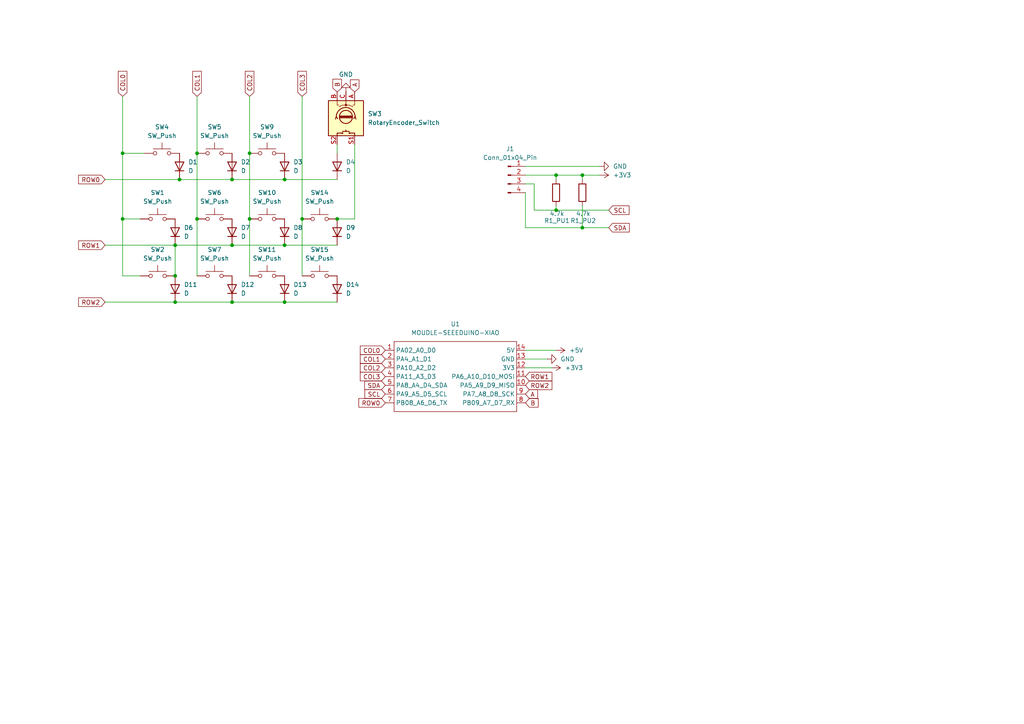
<source format=kicad_sch>
(kicad_sch
	(version 20241004)
	(generator "eeschema")
	(generator_version "8.99")
	(uuid "14b999c0-63bf-4c96-b79e-e88c44a29e40")
	(paper "A4")
	(lib_symbols
		(symbol "Connector:Conn_01x04_Pin"
			(pin_names
				(offset 1.016)
				(hide yes)
			)
			(exclude_from_sim no)
			(in_bom yes)
			(on_board yes)
			(property "Reference" "J"
				(at 0 5.08 0)
				(effects
					(font
						(size 1.27 1.27)
					)
				)
			)
			(property "Value" "Conn_01x04_Pin"
				(at 0 -7.62 0)
				(effects
					(font
						(size 1.27 1.27)
					)
				)
			)
			(property "Footprint" ""
				(at 0 0 0)
				(effects
					(font
						(size 1.27 1.27)
					)
					(hide yes)
				)
			)
			(property "Datasheet" "~"
				(at 0 0 0)
				(effects
					(font
						(size 1.27 1.27)
					)
					(hide yes)
				)
			)
			(property "Description" "Generic connector, single row, 01x04, script generated"
				(at 0 0 0)
				(effects
					(font
						(size 1.27 1.27)
					)
					(hide yes)
				)
			)
			(property "ki_locked" ""
				(at 0 0 0)
				(effects
					(font
						(size 1.27 1.27)
					)
				)
			)
			(property "ki_keywords" "connector"
				(at 0 0 0)
				(effects
					(font
						(size 1.27 1.27)
					)
					(hide yes)
				)
			)
			(property "ki_fp_filters" "Connector*:*_1x??_*"
				(at 0 0 0)
				(effects
					(font
						(size 1.27 1.27)
					)
					(hide yes)
				)
			)
			(symbol "Conn_01x04_Pin_1_1"
				(rectangle
					(start 0.8636 2.667)
					(end 0 2.413)
					(stroke
						(width 0.1524)
						(type default)
					)
					(fill
						(type outline)
					)
				)
				(rectangle
					(start 0.8636 0.127)
					(end 0 -0.127)
					(stroke
						(width 0.1524)
						(type default)
					)
					(fill
						(type outline)
					)
				)
				(rectangle
					(start 0.8636 -2.413)
					(end 0 -2.667)
					(stroke
						(width 0.1524)
						(type default)
					)
					(fill
						(type outline)
					)
				)
				(rectangle
					(start 0.8636 -4.953)
					(end 0 -5.207)
					(stroke
						(width 0.1524)
						(type default)
					)
					(fill
						(type outline)
					)
				)
				(polyline
					(pts
						(xy 1.27 2.54) (xy 0.8636 2.54)
					)
					(stroke
						(width 0.1524)
						(type default)
					)
					(fill
						(type none)
					)
				)
				(polyline
					(pts
						(xy 1.27 0) (xy 0.8636 0)
					)
					(stroke
						(width 0.1524)
						(type default)
					)
					(fill
						(type none)
					)
				)
				(polyline
					(pts
						(xy 1.27 -2.54) (xy 0.8636 -2.54)
					)
					(stroke
						(width 0.1524)
						(type default)
					)
					(fill
						(type none)
					)
				)
				(polyline
					(pts
						(xy 1.27 -5.08) (xy 0.8636 -5.08)
					)
					(stroke
						(width 0.1524)
						(type default)
					)
					(fill
						(type none)
					)
				)
				(pin passive line
					(at 5.08 2.54 180)
					(length 3.81)
					(name "Pin_1"
						(effects
							(font
								(size 1.27 1.27)
							)
						)
					)
					(number "1"
						(effects
							(font
								(size 1.27 1.27)
							)
						)
					)
				)
				(pin passive line
					(at 5.08 0 180)
					(length 3.81)
					(name "Pin_2"
						(effects
							(font
								(size 1.27 1.27)
							)
						)
					)
					(number "2"
						(effects
							(font
								(size 1.27 1.27)
							)
						)
					)
				)
				(pin passive line
					(at 5.08 -2.54 180)
					(length 3.81)
					(name "Pin_3"
						(effects
							(font
								(size 1.27 1.27)
							)
						)
					)
					(number "3"
						(effects
							(font
								(size 1.27 1.27)
							)
						)
					)
				)
				(pin passive line
					(at 5.08 -5.08 180)
					(length 3.81)
					(name "Pin_4"
						(effects
							(font
								(size 1.27 1.27)
							)
						)
					)
					(number "4"
						(effects
							(font
								(size 1.27 1.27)
							)
						)
					)
				)
			)
			(embedded_fonts no)
		)
		(symbol "Device:D"
			(pin_numbers
				(hide yes)
			)
			(pin_names
				(offset 1.016)
				(hide yes)
			)
			(exclude_from_sim no)
			(in_bom yes)
			(on_board yes)
			(property "Reference" "D"
				(at 0 2.54 0)
				(effects
					(font
						(size 1.27 1.27)
					)
				)
			)
			(property "Value" "D"
				(at 0 -2.54 0)
				(effects
					(font
						(size 1.27 1.27)
					)
				)
			)
			(property "Footprint" ""
				(at 0 0 0)
				(effects
					(font
						(size 1.27 1.27)
					)
					(hide yes)
				)
			)
			(property "Datasheet" "~"
				(at 0 0 0)
				(effects
					(font
						(size 1.27 1.27)
					)
					(hide yes)
				)
			)
			(property "Description" "Diode"
				(at 0 0 0)
				(effects
					(font
						(size 1.27 1.27)
					)
					(hide yes)
				)
			)
			(property "Sim.Device" "D"
				(at 0 0 0)
				(effects
					(font
						(size 1.27 1.27)
					)
					(hide yes)
				)
			)
			(property "Sim.Pins" "1=K 2=A"
				(at 0 0 0)
				(effects
					(font
						(size 1.27 1.27)
					)
					(hide yes)
				)
			)
			(property "ki_keywords" "diode"
				(at 0 0 0)
				(effects
					(font
						(size 1.27 1.27)
					)
					(hide yes)
				)
			)
			(property "ki_fp_filters" "TO-???* *_Diode_* *SingleDiode* D_*"
				(at 0 0 0)
				(effects
					(font
						(size 1.27 1.27)
					)
					(hide yes)
				)
			)
			(symbol "D_0_1"
				(polyline
					(pts
						(xy -1.27 1.27) (xy -1.27 -1.27)
					)
					(stroke
						(width 0.254)
						(type default)
					)
					(fill
						(type none)
					)
				)
				(polyline
					(pts
						(xy 1.27 1.27) (xy 1.27 -1.27) (xy -1.27 0) (xy 1.27 1.27)
					)
					(stroke
						(width 0.254)
						(type default)
					)
					(fill
						(type none)
					)
				)
				(polyline
					(pts
						(xy 1.27 0) (xy -1.27 0)
					)
					(stroke
						(width 0)
						(type default)
					)
					(fill
						(type none)
					)
				)
			)
			(symbol "D_1_1"
				(pin passive line
					(at -3.81 0 0)
					(length 2.54)
					(name "K"
						(effects
							(font
								(size 1.27 1.27)
							)
						)
					)
					(number "1"
						(effects
							(font
								(size 1.27 1.27)
							)
						)
					)
				)
				(pin passive line
					(at 3.81 0 180)
					(length 2.54)
					(name "A"
						(effects
							(font
								(size 1.27 1.27)
							)
						)
					)
					(number "2"
						(effects
							(font
								(size 1.27 1.27)
							)
						)
					)
				)
			)
			(embedded_fonts no)
		)
		(symbol "Device:R"
			(pin_numbers
				(hide yes)
			)
			(pin_names
				(offset 0)
			)
			(exclude_from_sim no)
			(in_bom yes)
			(on_board yes)
			(property "Reference" "R"
				(at 2.032 0 90)
				(effects
					(font
						(size 1.27 1.27)
					)
				)
			)
			(property "Value" "R"
				(at 0 0 90)
				(effects
					(font
						(size 1.27 1.27)
					)
				)
			)
			(property "Footprint" ""
				(at -1.778 0 90)
				(effects
					(font
						(size 1.27 1.27)
					)
					(hide yes)
				)
			)
			(property "Datasheet" "~"
				(at 0 0 0)
				(effects
					(font
						(size 1.27 1.27)
					)
					(hide yes)
				)
			)
			(property "Description" "Resistor"
				(at 0 0 0)
				(effects
					(font
						(size 1.27 1.27)
					)
					(hide yes)
				)
			)
			(property "ki_keywords" "R res resistor"
				(at 0 0 0)
				(effects
					(font
						(size 1.27 1.27)
					)
					(hide yes)
				)
			)
			(property "ki_fp_filters" "R_*"
				(at 0 0 0)
				(effects
					(font
						(size 1.27 1.27)
					)
					(hide yes)
				)
			)
			(symbol "R_0_1"
				(rectangle
					(start -1.016 -2.54)
					(end 1.016 2.54)
					(stroke
						(width 0.254)
						(type default)
					)
					(fill
						(type none)
					)
				)
			)
			(symbol "R_1_1"
				(pin passive line
					(at 0 3.81 270)
					(length 1.27)
					(name "~"
						(effects
							(font
								(size 1.27 1.27)
							)
						)
					)
					(number "1"
						(effects
							(font
								(size 1.27 1.27)
							)
						)
					)
				)
				(pin passive line
					(at 0 -3.81 90)
					(length 1.27)
					(name "~"
						(effects
							(font
								(size 1.27 1.27)
							)
						)
					)
					(number "2"
						(effects
							(font
								(size 1.27 1.27)
							)
						)
					)
				)
			)
			(embedded_fonts no)
		)
		(symbol "Device:RotaryEncoder_Switch"
			(pin_names
				(offset 0.254)
				(hide yes)
			)
			(exclude_from_sim no)
			(in_bom yes)
			(on_board yes)
			(property "Reference" "SW"
				(at 0 6.604 0)
				(effects
					(font
						(size 1.27 1.27)
					)
				)
			)
			(property "Value" "RotaryEncoder_Switch"
				(at 0 -6.604 0)
				(effects
					(font
						(size 1.27 1.27)
					)
				)
			)
			(property "Footprint" ""
				(at -3.81 4.064 0)
				(effects
					(font
						(size 1.27 1.27)
					)
					(hide yes)
				)
			)
			(property "Datasheet" "~"
				(at 0 6.604 0)
				(effects
					(font
						(size 1.27 1.27)
					)
					(hide yes)
				)
			)
			(property "Description" "Rotary encoder, dual channel, incremental quadrate outputs, with switch"
				(at 0 0 0)
				(effects
					(font
						(size 1.27 1.27)
					)
					(hide yes)
				)
			)
			(property "ki_keywords" "rotary switch encoder switch push button"
				(at 0 0 0)
				(effects
					(font
						(size 1.27 1.27)
					)
					(hide yes)
				)
			)
			(property "ki_fp_filters" "RotaryEncoder*Switch*"
				(at 0 0 0)
				(effects
					(font
						(size 1.27 1.27)
					)
					(hide yes)
				)
			)
			(symbol "RotaryEncoder_Switch_0_1"
				(rectangle
					(start -5.08 5.08)
					(end 5.08 -5.08)
					(stroke
						(width 0.254)
						(type default)
					)
					(fill
						(type background)
					)
				)
				(polyline
					(pts
						(xy -5.08 2.54) (xy -3.81 2.54) (xy -3.81 2.032)
					)
					(stroke
						(width 0)
						(type default)
					)
					(fill
						(type none)
					)
				)
				(polyline
					(pts
						(xy -5.08 0) (xy -3.81 0) (xy -3.81 -1.016) (xy -3.302 -2.032)
					)
					(stroke
						(width 0)
						(type default)
					)
					(fill
						(type none)
					)
				)
				(polyline
					(pts
						(xy -5.08 -2.54) (xy -3.81 -2.54) (xy -3.81 -2.032)
					)
					(stroke
						(width 0)
						(type default)
					)
					(fill
						(type none)
					)
				)
				(polyline
					(pts
						(xy -4.318 0) (xy -3.81 0) (xy -3.81 1.016) (xy -3.302 2.032)
					)
					(stroke
						(width 0)
						(type default)
					)
					(fill
						(type none)
					)
				)
				(circle
					(center -3.81 0)
					(radius 0.254)
					(stroke
						(width 0)
						(type default)
					)
					(fill
						(type outline)
					)
				)
				(polyline
					(pts
						(xy -0.635 -1.778) (xy -0.635 1.778)
					)
					(stroke
						(width 0.254)
						(type default)
					)
					(fill
						(type none)
					)
				)
				(circle
					(center -0.381 0)
					(radius 1.905)
					(stroke
						(width 0.254)
						(type default)
					)
					(fill
						(type none)
					)
				)
				(polyline
					(pts
						(xy -0.381 -1.778) (xy -0.381 1.778)
					)
					(stroke
						(width 0.254)
						(type default)
					)
					(fill
						(type none)
					)
				)
				(arc
					(start -0.381 -2.794)
					(mid -3.0988 -0.0635)
					(end -0.381 2.667)
					(stroke
						(width 0.254)
						(type default)
					)
					(fill
						(type none)
					)
				)
				(polyline
					(pts
						(xy -0.127 1.778) (xy -0.127 -1.778)
					)
					(stroke
						(width 0.254)
						(type default)
					)
					(fill
						(type none)
					)
				)
				(polyline
					(pts
						(xy 0.254 2.921) (xy -0.508 2.667) (xy 0.127 2.286)
					)
					(stroke
						(width 0.254)
						(type default)
					)
					(fill
						(type none)
					)
				)
				(polyline
					(pts
						(xy 0.254 -3.048) (xy -0.508 -2.794) (xy 0.127 -2.413)
					)
					(stroke
						(width 0.254)
						(type default)
					)
					(fill
						(type none)
					)
				)
				(polyline
					(pts
						(xy 3.81 1.016) (xy 3.81 -1.016)
					)
					(stroke
						(width 0.254)
						(type default)
					)
					(fill
						(type none)
					)
				)
				(polyline
					(pts
						(xy 3.81 0) (xy 3.429 0)
					)
					(stroke
						(width 0.254)
						(type default)
					)
					(fill
						(type none)
					)
				)
				(circle
					(center 4.318 1.016)
					(radius 0.127)
					(stroke
						(width 0.254)
						(type default)
					)
					(fill
						(type none)
					)
				)
				(circle
					(center 4.318 -1.016)
					(radius 0.127)
					(stroke
						(width 0.254)
						(type default)
					)
					(fill
						(type none)
					)
				)
				(polyline
					(pts
						(xy 5.08 2.54) (xy 4.318 2.54) (xy 4.318 1.016)
					)
					(stroke
						(width 0.254)
						(type default)
					)
					(fill
						(type none)
					)
				)
				(polyline
					(pts
						(xy 5.08 -2.54) (xy 4.318 -2.54) (xy 4.318 -1.016)
					)
					(stroke
						(width 0.254)
						(type default)
					)
					(fill
						(type none)
					)
				)
			)
			(symbol "RotaryEncoder_Switch_1_1"
				(pin passive line
					(at -7.62 2.54 0)
					(length 2.54)
					(name "A"
						(effects
							(font
								(size 1.27 1.27)
							)
						)
					)
					(number "A"
						(effects
							(font
								(size 1.27 1.27)
							)
						)
					)
				)
				(pin passive line
					(at -7.62 0 0)
					(length 2.54)
					(name "C"
						(effects
							(font
								(size 1.27 1.27)
							)
						)
					)
					(number "C"
						(effects
							(font
								(size 1.27 1.27)
							)
						)
					)
				)
				(pin passive line
					(at -7.62 -2.54 0)
					(length 2.54)
					(name "B"
						(effects
							(font
								(size 1.27 1.27)
							)
						)
					)
					(number "B"
						(effects
							(font
								(size 1.27 1.27)
							)
						)
					)
				)
				(pin passive line
					(at 7.62 2.54 180)
					(length 2.54)
					(name "S1"
						(effects
							(font
								(size 1.27 1.27)
							)
						)
					)
					(number "S1"
						(effects
							(font
								(size 1.27 1.27)
							)
						)
					)
				)
				(pin passive line
					(at 7.62 -2.54 180)
					(length 2.54)
					(name "S2"
						(effects
							(font
								(size 1.27 1.27)
							)
						)
					)
					(number "S2"
						(effects
							(font
								(size 1.27 1.27)
							)
						)
					)
				)
			)
			(embedded_fonts no)
		)
		(symbol "Switch:SW_Push"
			(pin_numbers
				(hide yes)
			)
			(pin_names
				(offset 1.016)
				(hide yes)
			)
			(exclude_from_sim no)
			(in_bom yes)
			(on_board yes)
			(property "Reference" "SW"
				(at 1.27 2.54 0)
				(effects
					(font
						(size 1.27 1.27)
					)
					(justify left)
				)
			)
			(property "Value" "SW_Push"
				(at 0 -1.524 0)
				(effects
					(font
						(size 1.27 1.27)
					)
				)
			)
			(property "Footprint" ""
				(at 0 5.08 0)
				(effects
					(font
						(size 1.27 1.27)
					)
					(hide yes)
				)
			)
			(property "Datasheet" "~"
				(at 0 5.08 0)
				(effects
					(font
						(size 1.27 1.27)
					)
					(hide yes)
				)
			)
			(property "Description" "Push button switch, generic, two pins"
				(at 0 0 0)
				(effects
					(font
						(size 1.27 1.27)
					)
					(hide yes)
				)
			)
			(property "ki_keywords" "switch normally-open pushbutton push-button"
				(at 0 0 0)
				(effects
					(font
						(size 1.27 1.27)
					)
					(hide yes)
				)
			)
			(symbol "SW_Push_0_1"
				(circle
					(center -2.032 0)
					(radius 0.508)
					(stroke
						(width 0)
						(type default)
					)
					(fill
						(type none)
					)
				)
				(polyline
					(pts
						(xy 0 1.27) (xy 0 3.048)
					)
					(stroke
						(width 0)
						(type default)
					)
					(fill
						(type none)
					)
				)
				(circle
					(center 2.032 0)
					(radius 0.508)
					(stroke
						(width 0)
						(type default)
					)
					(fill
						(type none)
					)
				)
				(polyline
					(pts
						(xy 2.54 1.27) (xy -2.54 1.27)
					)
					(stroke
						(width 0)
						(type default)
					)
					(fill
						(type none)
					)
				)
				(pin passive line
					(at -5.08 0 0)
					(length 2.54)
					(name "1"
						(effects
							(font
								(size 1.27 1.27)
							)
						)
					)
					(number "1"
						(effects
							(font
								(size 1.27 1.27)
							)
						)
					)
				)
				(pin passive line
					(at 5.08 0 180)
					(length 2.54)
					(name "2"
						(effects
							(font
								(size 1.27 1.27)
							)
						)
					)
					(number "2"
						(effects
							(font
								(size 1.27 1.27)
							)
						)
					)
				)
			)
			(embedded_fonts no)
		)
		(symbol "XIAO_RP2040:MOUDLE-SEEEDUINO-XIAO"
			(exclude_from_sim no)
			(in_bom yes)
			(on_board yes)
			(property "Reference" "U"
				(at -16.51 11.43 0)
				(effects
					(font
						(size 1.27 1.27)
					)
				)
			)
			(property "Value" "MOUDLE-SEEEDUINO-XIAO"
				(at -3.81 -11.43 0)
				(effects
					(font
						(size 1.27 1.27)
					)
				)
			)
			(property "Footprint" ""
				(at -16.51 2.54 0)
				(effects
					(font
						(size 1.27 1.27)
					)
					(hide yes)
				)
			)
			(property "Datasheet" ""
				(at -16.51 2.54 0)
				(effects
					(font
						(size 1.27 1.27)
					)
					(hide yes)
				)
			)
			(property "Description" ""
				(at 0 0 0)
				(effects
					(font
						(size 1.27 1.27)
					)
					(hide yes)
				)
			)
			(symbol "MOUDLE-SEEEDUINO-XIAO_0_1"
				(rectangle
					(start -16.51 10.16)
					(end 19.05 -10.16)
					(stroke
						(width 0)
						(type default)
					)
					(fill
						(type none)
					)
				)
			)
			(symbol "MOUDLE-SEEEDUINO-XIAO_1_1"
				(pin passive line
					(at -19.05 7.62 0)
					(length 2.54)
					(name "PA02_A0_D0"
						(effects
							(font
								(size 1.27 1.27)
							)
						)
					)
					(number "1"
						(effects
							(font
								(size 1.27 1.27)
							)
						)
					)
				)
				(pin passive line
					(at -19.05 5.08 0)
					(length 2.54)
					(name "PA4_A1_D1"
						(effects
							(font
								(size 1.27 1.27)
							)
						)
					)
					(number "2"
						(effects
							(font
								(size 1.27 1.27)
							)
						)
					)
				)
				(pin passive line
					(at -19.05 2.54 0)
					(length 2.54)
					(name "PA10_A2_D2"
						(effects
							(font
								(size 1.27 1.27)
							)
						)
					)
					(number "3"
						(effects
							(font
								(size 1.27 1.27)
							)
						)
					)
				)
				(pin passive line
					(at -19.05 0 0)
					(length 2.54)
					(name "PA11_A3_D3"
						(effects
							(font
								(size 1.27 1.27)
							)
						)
					)
					(number "4"
						(effects
							(font
								(size 1.27 1.27)
							)
						)
					)
				)
				(pin passive line
					(at -19.05 -2.54 0)
					(length 2.54)
					(name "PA8_A4_D4_SDA"
						(effects
							(font
								(size 1.27 1.27)
							)
						)
					)
					(number "5"
						(effects
							(font
								(size 1.27 1.27)
							)
						)
					)
				)
				(pin passive line
					(at -19.05 -5.08 0)
					(length 2.54)
					(name "PA9_A5_D5_SCL"
						(effects
							(font
								(size 1.27 1.27)
							)
						)
					)
					(number "6"
						(effects
							(font
								(size 1.27 1.27)
							)
						)
					)
				)
				(pin passive line
					(at -19.05 -7.62 0)
					(length 2.54)
					(name "PB08_A6_D6_TX"
						(effects
							(font
								(size 1.27 1.27)
							)
						)
					)
					(number "7"
						(effects
							(font
								(size 1.27 1.27)
							)
						)
					)
				)
				(pin passive line
					(at 21.59 7.62 180)
					(length 2.54)
					(name "5V"
						(effects
							(font
								(size 1.27 1.27)
							)
						)
					)
					(number "14"
						(effects
							(font
								(size 1.27 1.27)
							)
						)
					)
				)
				(pin passive line
					(at 21.59 5.08 180)
					(length 2.54)
					(name "GND"
						(effects
							(font
								(size 1.27 1.27)
							)
						)
					)
					(number "13"
						(effects
							(font
								(size 1.27 1.27)
							)
						)
					)
				)
				(pin passive line
					(at 21.59 2.54 180)
					(length 2.54)
					(name "3V3"
						(effects
							(font
								(size 1.27 1.27)
							)
						)
					)
					(number "12"
						(effects
							(font
								(size 1.27 1.27)
							)
						)
					)
				)
				(pin passive line
					(at 21.59 0 180)
					(length 2.54)
					(name "PA6_A10_D10_MOSI"
						(effects
							(font
								(size 1.27 1.27)
							)
						)
					)
					(number "11"
						(effects
							(font
								(size 1.27 1.27)
							)
						)
					)
				)
				(pin passive line
					(at 21.59 -2.54 180)
					(length 2.54)
					(name "PA5_A9_D9_MISO"
						(effects
							(font
								(size 1.27 1.27)
							)
						)
					)
					(number "10"
						(effects
							(font
								(size 1.27 1.27)
							)
						)
					)
				)
				(pin passive line
					(at 21.59 -5.08 180)
					(length 2.54)
					(name "PA7_A8_D8_SCK"
						(effects
							(font
								(size 1.27 1.27)
							)
						)
					)
					(number "9"
						(effects
							(font
								(size 1.27 1.27)
							)
						)
					)
				)
				(pin passive line
					(at 21.59 -7.62 180)
					(length 2.54)
					(name "PB09_A7_D7_RX"
						(effects
							(font
								(size 1.27 1.27)
							)
						)
					)
					(number "8"
						(effects
							(font
								(size 1.27 1.27)
							)
						)
					)
				)
			)
			(embedded_fonts no)
		)
		(symbol "power:+3V3"
			(power)
			(pin_numbers
				(hide yes)
			)
			(pin_names
				(offset 0)
				(hide yes)
			)
			(exclude_from_sim no)
			(in_bom yes)
			(on_board yes)
			(property "Reference" "#PWR"
				(at 0 -3.81 0)
				(effects
					(font
						(size 1.27 1.27)
					)
					(hide yes)
				)
			)
			(property "Value" "+3V3"
				(at 0 3.556 0)
				(effects
					(font
						(size 1.27 1.27)
					)
				)
			)
			(property "Footprint" ""
				(at 0 0 0)
				(effects
					(font
						(size 1.27 1.27)
					)
					(hide yes)
				)
			)
			(property "Datasheet" ""
				(at 0 0 0)
				(effects
					(font
						(size 1.27 1.27)
					)
					(hide yes)
				)
			)
			(property "Description" "Power symbol creates a global label with name \"+3V3\""
				(at 0 0 0)
				(effects
					(font
						(size 1.27 1.27)
					)
					(hide yes)
				)
			)
			(property "ki_keywords" "global power"
				(at 0 0 0)
				(effects
					(font
						(size 1.27 1.27)
					)
					(hide yes)
				)
			)
			(symbol "+3V3_0_1"
				(polyline
					(pts
						(xy -0.762 1.27) (xy 0 2.54)
					)
					(stroke
						(width 0)
						(type default)
					)
					(fill
						(type none)
					)
				)
				(polyline
					(pts
						(xy 0 2.54) (xy 0.762 1.27)
					)
					(stroke
						(width 0)
						(type default)
					)
					(fill
						(type none)
					)
				)
				(polyline
					(pts
						(xy 0 0) (xy 0 2.54)
					)
					(stroke
						(width 0)
						(type default)
					)
					(fill
						(type none)
					)
				)
			)
			(symbol "+3V3_1_1"
				(pin power_in line
					(at 0 0 90)
					(length 0)
					(name "~"
						(effects
							(font
								(size 1.27 1.27)
							)
						)
					)
					(number "1"
						(effects
							(font
								(size 1.27 1.27)
							)
						)
					)
				)
			)
			(embedded_fonts no)
		)
		(symbol "power:+5V"
			(power)
			(pin_numbers
				(hide yes)
			)
			(pin_names
				(offset 0)
				(hide yes)
			)
			(exclude_from_sim no)
			(in_bom yes)
			(on_board yes)
			(property "Reference" "#PWR"
				(at 0 -3.81 0)
				(effects
					(font
						(size 1.27 1.27)
					)
					(hide yes)
				)
			)
			(property "Value" "+5V"
				(at 0 3.556 0)
				(effects
					(font
						(size 1.27 1.27)
					)
				)
			)
			(property "Footprint" ""
				(at 0 0 0)
				(effects
					(font
						(size 1.27 1.27)
					)
					(hide yes)
				)
			)
			(property "Datasheet" ""
				(at 0 0 0)
				(effects
					(font
						(size 1.27 1.27)
					)
					(hide yes)
				)
			)
			(property "Description" "Power symbol creates a global label with name \"+5V\""
				(at 0 0 0)
				(effects
					(font
						(size 1.27 1.27)
					)
					(hide yes)
				)
			)
			(property "ki_keywords" "global power"
				(at 0 0 0)
				(effects
					(font
						(size 1.27 1.27)
					)
					(hide yes)
				)
			)
			(symbol "+5V_0_1"
				(polyline
					(pts
						(xy -0.762 1.27) (xy 0 2.54)
					)
					(stroke
						(width 0)
						(type default)
					)
					(fill
						(type none)
					)
				)
				(polyline
					(pts
						(xy 0 2.54) (xy 0.762 1.27)
					)
					(stroke
						(width 0)
						(type default)
					)
					(fill
						(type none)
					)
				)
				(polyline
					(pts
						(xy 0 0) (xy 0 2.54)
					)
					(stroke
						(width 0)
						(type default)
					)
					(fill
						(type none)
					)
				)
			)
			(symbol "+5V_1_1"
				(pin power_in line
					(at 0 0 90)
					(length 0)
					(name "~"
						(effects
							(font
								(size 1.27 1.27)
							)
						)
					)
					(number "1"
						(effects
							(font
								(size 1.27 1.27)
							)
						)
					)
				)
			)
			(embedded_fonts no)
		)
		(symbol "power:GND"
			(power)
			(pin_numbers
				(hide yes)
			)
			(pin_names
				(offset 0)
				(hide yes)
			)
			(exclude_from_sim no)
			(in_bom yes)
			(on_board yes)
			(property "Reference" "#PWR"
				(at 0 -6.35 0)
				(effects
					(font
						(size 1.27 1.27)
					)
					(hide yes)
				)
			)
			(property "Value" "GND"
				(at 0 -3.81 0)
				(effects
					(font
						(size 1.27 1.27)
					)
				)
			)
			(property "Footprint" ""
				(at 0 0 0)
				(effects
					(font
						(size 1.27 1.27)
					)
					(hide yes)
				)
			)
			(property "Datasheet" ""
				(at 0 0 0)
				(effects
					(font
						(size 1.27 1.27)
					)
					(hide yes)
				)
			)
			(property "Description" "Power symbol creates a global label with name \"GND\" , ground"
				(at 0 0 0)
				(effects
					(font
						(size 1.27 1.27)
					)
					(hide yes)
				)
			)
			(property "ki_keywords" "global power"
				(at 0 0 0)
				(effects
					(font
						(size 1.27 1.27)
					)
					(hide yes)
				)
			)
			(symbol "GND_0_1"
				(polyline
					(pts
						(xy 0 0) (xy 0 -1.27) (xy 1.27 -1.27) (xy 0 -2.54) (xy -1.27 -1.27) (xy 0 -1.27)
					)
					(stroke
						(width 0)
						(type default)
					)
					(fill
						(type none)
					)
				)
			)
			(symbol "GND_1_1"
				(pin power_in line
					(at 0 0 270)
					(length 0)
					(name "~"
						(effects
							(font
								(size 1.27 1.27)
							)
						)
					)
					(number "1"
						(effects
							(font
								(size 1.27 1.27)
							)
						)
					)
				)
			)
			(embedded_fonts no)
		)
	)
	(junction
		(at 50.8 71.12)
		(diameter 0)
		(color 0 0 0 0)
		(uuid "070757ce-e279-4a0d-b328-60424c9e6f62")
	)
	(junction
		(at 82.55 71.12)
		(diameter 0)
		(color 0 0 0 0)
		(uuid "1c9a0490-d572-48c9-9f5d-3138d6bfbf2a")
	)
	(junction
		(at 57.15 63.5)
		(diameter 0)
		(color 0 0 0 0)
		(uuid "1d498a3a-689d-4bf5-b9db-702f1dc00e5e")
	)
	(junction
		(at 35.56 44.45)
		(diameter 0)
		(color 0 0 0 0)
		(uuid "248fb85a-5d66-4e5e-ac75-ee33ded8083b")
	)
	(junction
		(at 72.39 63.5)
		(diameter 0)
		(color 0 0 0 0)
		(uuid "3c8d2677-d350-4c21-8133-9d8547afd1a7")
	)
	(junction
		(at 35.56 63.5)
		(diameter 0)
		(color 0 0 0 0)
		(uuid "3f6b5b3a-3bc8-4ea4-96f1-f0f5d1178856")
	)
	(junction
		(at 72.39 44.45)
		(diameter 0)
		(color 0 0 0 0)
		(uuid "4a810a17-045a-469d-85e7-fc7a7f9527e3")
	)
	(junction
		(at 82.55 52.07)
		(diameter 0)
		(color 0 0 0 0)
		(uuid "6843e6dc-e23d-4cc6-819f-683d5c979c76")
	)
	(junction
		(at 67.31 52.07)
		(diameter 0)
		(color 0 0 0 0)
		(uuid "697a9eeb-20d6-406b-994a-cea46eaee8c1")
	)
	(junction
		(at 67.31 87.63)
		(diameter 0)
		(color 0 0 0 0)
		(uuid "6e4f8a9f-2dc7-4546-b0d7-9f7d8af0ce95")
	)
	(junction
		(at 82.55 87.63)
		(diameter 0)
		(color 0 0 0 0)
		(uuid "766070e5-1ee9-4b95-9393-7289469e4ea1")
	)
	(junction
		(at 50.8 87.63)
		(diameter 0)
		(color 0 0 0 0)
		(uuid "7a257ddf-2aed-4557-86ea-f3116a3e8e48")
	)
	(junction
		(at 50.8 80.01)
		(diameter 0)
		(color 0 0 0 0)
		(uuid "b43d2acb-3bc4-4e48-8f4b-6f33cfac844e")
	)
	(junction
		(at 161.29 60.96)
		(diameter 0)
		(color 0 0 0 0)
		(uuid "b5d5e733-014b-4f21-9e53-76f8c7b8b87f")
	)
	(junction
		(at 57.15 44.45)
		(diameter 0)
		(color 0 0 0 0)
		(uuid "bb4f615d-518d-451a-a7a3-4696216ae262")
	)
	(junction
		(at 161.29 50.8)
		(diameter 0)
		(color 0 0 0 0)
		(uuid "be505927-b31b-48fd-a73b-e929880de0b2")
	)
	(junction
		(at 168.91 66.04)
		(diameter 0)
		(color 0 0 0 0)
		(uuid "c69c832b-cc02-462d-b3e7-5b099eb80f2e")
	)
	(junction
		(at 67.31 71.12)
		(diameter 0)
		(color 0 0 0 0)
		(uuid "c8b406ba-45c3-4282-8ff4-3a1bac2d7630")
	)
	(junction
		(at 168.91 50.8)
		(diameter 0)
		(color 0 0 0 0)
		(uuid "ce4fce72-90da-4505-9fe7-f316d493e3b3")
	)
	(junction
		(at 97.79 63.5)
		(diameter 0)
		(color 0 0 0 0)
		(uuid "e07b9e7f-2312-42ef-bffa-985431c5f102")
	)
	(junction
		(at 52.07 52.07)
		(diameter 0)
		(color 0 0 0 0)
		(uuid "e26481fa-f0c4-4a16-aecd-c1503a547a1d")
	)
	(junction
		(at 87.63 63.5)
		(diameter 0)
		(color 0 0 0 0)
		(uuid "e3d3dda8-4737-4410-8677-acc5ff007c25")
	)
	(wire
		(pts
			(xy 161.29 60.96) (xy 176.53 60.96)
		)
		(stroke
			(width 0)
			(type default)
		)
		(uuid "1ffd4c78-d780-4dcd-8dec-f0680f753ef7")
	)
	(wire
		(pts
			(xy 87.63 27.94) (xy 87.63 63.5)
		)
		(stroke
			(width 0)
			(type default)
		)
		(uuid "2e159a23-b4a9-4dd6-8c81-562d1ad1461b")
	)
	(wire
		(pts
			(xy 82.55 87.63) (xy 97.79 87.63)
		)
		(stroke
			(width 0)
			(type default)
		)
		(uuid "2fa69c64-a613-439e-9413-9eb3cec60d24")
	)
	(wire
		(pts
			(xy 50.8 87.63) (xy 67.31 87.63)
		)
		(stroke
			(width 0)
			(type default)
		)
		(uuid "3093adca-455f-4b5f-84e4-0853b4a2d3f2")
	)
	(wire
		(pts
			(xy 52.07 52.07) (xy 67.31 52.07)
		)
		(stroke
			(width 0)
			(type default)
		)
		(uuid "34725262-03aa-4c51-a177-5e00da7ee420")
	)
	(wire
		(pts
			(xy 40.64 63.5) (xy 35.56 63.5)
		)
		(stroke
			(width 0)
			(type default)
		)
		(uuid "369a4a4a-546b-4b55-b0f5-3429206aef37")
	)
	(wire
		(pts
			(xy 57.15 27.94) (xy 57.15 44.45)
		)
		(stroke
			(width 0)
			(type default)
		)
		(uuid "373530b4-14e7-4414-81db-845a4fc3d3f7")
	)
	(wire
		(pts
			(xy 30.48 52.07) (xy 52.07 52.07)
		)
		(stroke
			(width 0)
			(type default)
		)
		(uuid "482dad72-efb5-4d11-ac20-c8d6d401b226")
	)
	(wire
		(pts
			(xy 35.56 44.45) (xy 35.56 63.5)
		)
		(stroke
			(width 0)
			(type default)
		)
		(uuid "4d3930ae-6b86-489e-a4a7-8f3d65f4e289")
	)
	(wire
		(pts
			(xy 57.15 44.45) (xy 57.15 63.5)
		)
		(stroke
			(width 0)
			(type default)
		)
		(uuid "503d9c5a-ffd9-41d3-895d-510ff0ae536d")
	)
	(wire
		(pts
			(xy 152.4 53.34) (xy 154.94 53.34)
		)
		(stroke
			(width 0)
			(type default)
		)
		(uuid "53318c60-33c8-494c-ae85-2f36c6f6d069")
	)
	(wire
		(pts
			(xy 152.4 48.26) (xy 173.99 48.26)
		)
		(stroke
			(width 0)
			(type default)
		)
		(uuid "55c51633-3ac9-4789-81bb-0cacdad9d101")
	)
	(wire
		(pts
			(xy 168.91 66.04) (xy 176.53 66.04)
		)
		(stroke
			(width 0)
			(type default)
		)
		(uuid "56187dc8-f881-4ff5-ba13-ad64b22e3744")
	)
	(wire
		(pts
			(xy 82.55 52.07) (xy 97.79 52.07)
		)
		(stroke
			(width 0)
			(type default)
		)
		(uuid "5ce81089-a68e-4640-b667-aea8e08716b4")
	)
	(wire
		(pts
			(xy 102.87 41.91) (xy 102.87 63.5)
		)
		(stroke
			(width 0)
			(type default)
		)
		(uuid "5d087f1b-1ab4-488f-aba9-40d635f72ebe")
	)
	(wire
		(pts
			(xy 41.91 44.45) (xy 35.56 44.45)
		)
		(stroke
			(width 0)
			(type default)
		)
		(uuid "5d0ce629-c9ce-4f97-af00-1d19e58ee793")
	)
	(wire
		(pts
			(xy 30.48 87.63) (xy 50.8 87.63)
		)
		(stroke
			(width 0)
			(type default)
		)
		(uuid "605069ea-0bf8-4c01-bc5c-05a48a9928cb")
	)
	(wire
		(pts
			(xy 35.56 63.5) (xy 35.56 80.01)
		)
		(stroke
			(width 0)
			(type default)
		)
		(uuid "62c1bc52-af2d-45b8-9f84-c3e11ad891f8")
	)
	(wire
		(pts
			(xy 161.29 59.69) (xy 161.29 60.96)
		)
		(stroke
			(width 0)
			(type default)
		)
		(uuid "62c5a724-9fe2-43e1-9cb9-986e0976128f")
	)
	(wire
		(pts
			(xy 152.4 104.14) (xy 158.75 104.14)
		)
		(stroke
			(width 0)
			(type default)
		)
		(uuid "6a0cd101-4d7d-431b-be5e-5610284e2c3d")
	)
	(wire
		(pts
			(xy 72.39 44.45) (xy 72.39 63.5)
		)
		(stroke
			(width 0)
			(type default)
		)
		(uuid "6d20b487-a798-458b-a6bb-51a6bd21a19c")
	)
	(wire
		(pts
			(xy 82.55 71.12) (xy 97.79 71.12)
		)
		(stroke
			(width 0)
			(type default)
		)
		(uuid "6e702f8a-a412-42a0-bd11-4eb2bcade87b")
	)
	(wire
		(pts
			(xy 168.91 59.69) (xy 168.91 66.04)
		)
		(stroke
			(width 0)
			(type default)
		)
		(uuid "7697c7a5-d35a-4530-a6b9-31b6be9aebc5")
	)
	(wire
		(pts
			(xy 152.4 55.88) (xy 152.4 66.04)
		)
		(stroke
			(width 0)
			(type default)
		)
		(uuid "7a25d06f-fa4a-42a4-a73e-31b0ca19bca2")
	)
	(wire
		(pts
			(xy 161.29 50.8) (xy 161.29 52.07)
		)
		(stroke
			(width 0)
			(type default)
		)
		(uuid "813e34ed-39e3-4876-a411-ae1a04e998f1")
	)
	(wire
		(pts
			(xy 87.63 63.5) (xy 87.63 80.01)
		)
		(stroke
			(width 0)
			(type default)
		)
		(uuid "8b31e344-611d-43e4-bc1d-7774ef6fad53")
	)
	(wire
		(pts
			(xy 168.91 50.8) (xy 173.99 50.8)
		)
		(stroke
			(width 0)
			(type default)
		)
		(uuid "9b79e3a3-c10e-483e-a06d-efffe34ea0aa")
	)
	(wire
		(pts
			(xy 72.39 63.5) (xy 72.39 80.01)
		)
		(stroke
			(width 0)
			(type default)
		)
		(uuid "9d70c861-ef19-436c-8405-866fe109cd8b")
	)
	(wire
		(pts
			(xy 35.56 80.01) (xy 40.64 80.01)
		)
		(stroke
			(width 0)
			(type default)
		)
		(uuid "9dd12a45-0759-4202-a210-1c35dbe2a3b6")
	)
	(wire
		(pts
			(xy 152.4 106.68) (xy 160.02 106.68)
		)
		(stroke
			(width 0)
			(type default)
		)
		(uuid "a1bdb659-61e0-4d39-afd0-21f2a841f976")
	)
	(wire
		(pts
			(xy 152.4 50.8) (xy 161.29 50.8)
		)
		(stroke
			(width 0)
			(type default)
		)
		(uuid "a2155955-f5d4-47d2-8e3d-3647b101d252")
	)
	(wire
		(pts
			(xy 35.56 27.94) (xy 35.56 44.45)
		)
		(stroke
			(width 0)
			(type default)
		)
		(uuid "a62739f0-ad41-4163-b692-dc98c4801056")
	)
	(wire
		(pts
			(xy 72.39 27.94) (xy 72.39 44.45)
		)
		(stroke
			(width 0)
			(type default)
		)
		(uuid "ad1025bb-edf2-4f54-bbcb-dd9789b3e64b")
	)
	(wire
		(pts
			(xy 168.91 50.8) (xy 168.91 52.07)
		)
		(stroke
			(width 0)
			(type default)
		)
		(uuid "adab3ea8-d7ae-4078-9685-750a431dd6cd")
	)
	(wire
		(pts
			(xy 57.15 63.5) (xy 57.15 80.01)
		)
		(stroke
			(width 0)
			(type default)
		)
		(uuid "b4117147-d80c-4943-8941-3048ca8ffd2a")
	)
	(wire
		(pts
			(xy 30.48 71.12) (xy 50.8 71.12)
		)
		(stroke
			(width 0)
			(type default)
		)
		(uuid "b5284261-1dad-47bc-b2c5-ea15ccca1639")
	)
	(wire
		(pts
			(xy 67.31 52.07) (xy 82.55 52.07)
		)
		(stroke
			(width 0)
			(type default)
		)
		(uuid "b7e863b7-b771-4eb5-8464-04a14ef530e3")
	)
	(wire
		(pts
			(xy 154.94 53.34) (xy 154.94 60.96)
		)
		(stroke
			(width 0)
			(type default)
		)
		(uuid "bac03482-89ac-49b2-86a8-9221a0f206dd")
	)
	(wire
		(pts
			(xy 152.4 66.04) (xy 168.91 66.04)
		)
		(stroke
			(width 0)
			(type default)
		)
		(uuid "c01b4401-9af9-494f-8587-b05dbc0ff959")
	)
	(wire
		(pts
			(xy 50.8 71.12) (xy 50.8 80.01)
		)
		(stroke
			(width 0)
			(type default)
		)
		(uuid "c1cd63a0-17a1-44b1-a8ec-2f6bfa2de231")
	)
	(wire
		(pts
			(xy 154.94 60.96) (xy 161.29 60.96)
		)
		(stroke
			(width 0)
			(type default)
		)
		(uuid "c3dfcbad-8262-4f63-839d-0498e70e2aef")
	)
	(wire
		(pts
			(xy 161.29 101.6) (xy 152.4 101.6)
		)
		(stroke
			(width 0)
			(type default)
		)
		(uuid "d25e0695-7987-44b7-a230-f5b7ff4184ad")
	)
	(wire
		(pts
			(xy 97.79 63.5) (xy 102.87 63.5)
		)
		(stroke
			(width 0)
			(type default)
		)
		(uuid "d487d2e9-0589-41c6-8e65-a6d25973fb65")
	)
	(wire
		(pts
			(xy 161.29 50.8) (xy 168.91 50.8)
		)
		(stroke
			(width 0)
			(type default)
		)
		(uuid "d527721e-b5b1-4920-936b-596b610ce315")
	)
	(wire
		(pts
			(xy 67.31 71.12) (xy 82.55 71.12)
		)
		(stroke
			(width 0)
			(type default)
		)
		(uuid "d5a01495-e1b9-410b-b1c1-c8686325679e")
	)
	(wire
		(pts
			(xy 67.31 87.63) (xy 82.55 87.63)
		)
		(stroke
			(width 0)
			(type default)
		)
		(uuid "ef34f9d8-b916-4328-b03d-b81ef6a5fd83")
	)
	(wire
		(pts
			(xy 50.8 71.12) (xy 67.31 71.12)
		)
		(stroke
			(width 0)
			(type default)
		)
		(uuid "f22e9364-69a4-48bb-9980-9318c39cfe4e")
	)
	(wire
		(pts
			(xy 97.79 41.91) (xy 97.79 44.45)
		)
		(stroke
			(width 0)
			(type default)
		)
		(uuid "f31a221f-ff9a-43a0-92a0-30a33c37a8ed")
	)
	(global_label "A"
		(shape input)
		(at 152.4 114.3 0)
		(fields_autoplaced yes)
		(effects
			(font
				(size 1.27 1.27)
			)
			(justify left)
		)
		(uuid "070d5e25-d255-422c-838c-6e50e3d8774a")
		(property "Intersheetrefs" "${INTERSHEET_REFS}"
			(at 156.4738 114.3 0)
			(effects
				(font
					(size 1.27 1.27)
				)
				(justify left)
				(hide yes)
			)
		)
	)
	(global_label "SDA"
		(shape input)
		(at 111.76 111.76 180)
		(fields_autoplaced yes)
		(effects
			(font
				(size 1.27 1.27)
			)
			(justify right)
		)
		(uuid "0c65880a-5b3a-47bb-81f3-819c99a06151")
		(property "Intersheetrefs" "${INTERSHEET_REFS}"
			(at 105.2067 111.76 0)
			(effects
				(font
					(size 1.27 1.27)
				)
				(justify right)
				(hide yes)
			)
		)
	)
	(global_label "A"
		(shape input)
		(at 102.87 26.67 90)
		(fields_autoplaced yes)
		(effects
			(font
				(size 1.27 1.27)
			)
			(justify left)
		)
		(uuid "0e6dd7b3-05c1-4384-bfb0-c5601073b997")
		(property "Intersheetrefs" "${INTERSHEET_REFS}"
			(at 102.87 22.5962 90)
			(effects
				(font
					(size 1.27 1.27)
				)
				(justify left)
				(hide yes)
			)
		)
	)
	(global_label "B"
		(shape input)
		(at 152.4 116.84 0)
		(fields_autoplaced yes)
		(effects
			(font
				(size 1.27 1.27)
			)
			(justify left)
		)
		(uuid "1297cee9-8521-4bfb-88a8-4441473a7ab7")
		(property "Intersheetrefs" "${INTERSHEET_REFS}"
			(at 156.6552 116.84 0)
			(effects
				(font
					(size 1.27 1.27)
				)
				(justify left)
				(hide yes)
			)
		)
	)
	(global_label "COL0"
		(shape input)
		(at 35.56 27.94 90)
		(fields_autoplaced yes)
		(effects
			(font
				(size 1.27 1.27)
			)
			(justify left)
		)
		(uuid "295ca21a-1ff2-49e8-b2ff-e31d02864611")
		(property "Intersheetrefs" "${INTERSHEET_REFS}"
			(at 35.56 20.1167 90)
			(effects
				(font
					(size 1.27 1.27)
				)
				(justify left)
				(hide yes)
			)
		)
	)
	(global_label "COL1"
		(shape input)
		(at 57.15 27.94 90)
		(fields_autoplaced yes)
		(effects
			(font
				(size 1.27 1.27)
			)
			(justify left)
		)
		(uuid "33fa99bc-b854-4f0c-8f84-70bc733d9eff")
		(property "Intersheetrefs" "${INTERSHEET_REFS}"
			(at 57.15 20.1167 90)
			(effects
				(font
					(size 1.27 1.27)
				)
				(justify left)
				(hide yes)
			)
		)
	)
	(global_label "ROW2"
		(shape input)
		(at 30.48 87.63 180)
		(fields_autoplaced yes)
		(effects
			(font
				(size 1.27 1.27)
			)
			(justify right)
		)
		(uuid "378b44a9-ce4f-4604-9980-dd80deac7bc0")
		(property "Intersheetrefs" "${INTERSHEET_REFS}"
			(at 22.2334 87.63 0)
			(effects
				(font
					(size 1.27 1.27)
				)
				(justify right)
				(hide yes)
			)
		)
	)
	(global_label "ROW2"
		(shape input)
		(at 152.4 111.76 0)
		(fields_autoplaced yes)
		(effects
			(font
				(size 1.27 1.27)
			)
			(justify left)
		)
		(uuid "5528b537-70fa-4cca-ad0f-2fdf2cf6ae43")
		(property "Intersheetrefs" "${INTERSHEET_REFS}"
			(at 160.6466 111.76 0)
			(effects
				(font
					(size 1.27 1.27)
				)
				(justify left)
				(hide yes)
			)
		)
	)
	(global_label "COL2"
		(shape input)
		(at 72.39 27.94 90)
		(fields_autoplaced yes)
		(effects
			(font
				(size 1.27 1.27)
			)
			(justify left)
		)
		(uuid "6fab1043-ed2e-4fba-9826-2d2e90397ab1")
		(property "Intersheetrefs" "${INTERSHEET_REFS}"
			(at 72.39 20.1167 90)
			(effects
				(font
					(size 1.27 1.27)
				)
				(justify left)
				(hide yes)
			)
		)
	)
	(global_label "SCL"
		(shape input)
		(at 176.53 60.96 0)
		(fields_autoplaced yes)
		(effects
			(font
				(size 1.27 1.27)
			)
			(justify left)
		)
		(uuid "8b784538-0d96-41ad-8113-3753bb3255d6")
		(property "Intersheetrefs" "${INTERSHEET_REFS}"
			(at 183.0228 60.96 0)
			(effects
				(font
					(size 1.27 1.27)
				)
				(justify left)
				(hide yes)
			)
		)
	)
	(global_label "ROW0"
		(shape input)
		(at 111.76 116.84 180)
		(fields_autoplaced yes)
		(effects
			(font
				(size 1.27 1.27)
			)
			(justify right)
		)
		(uuid "8d0a4f5b-0d73-4aa7-87cd-ed2b06e15e1f")
		(property "Intersheetrefs" "${INTERSHEET_REFS}"
			(at 103.5134 116.84 0)
			(effects
				(font
					(size 1.27 1.27)
				)
				(justify right)
				(hide yes)
			)
		)
	)
	(global_label "SCL"
		(shape input)
		(at 111.76 114.3 180)
		(fields_autoplaced yes)
		(effects
			(font
				(size 1.27 1.27)
			)
			(justify right)
		)
		(uuid "8de56c9f-83ca-4bf0-8dba-5ec421adb663")
		(property "Intersheetrefs" "${INTERSHEET_REFS}"
			(at 105.2672 114.3 0)
			(effects
				(font
					(size 1.27 1.27)
				)
				(justify right)
				(hide yes)
			)
		)
	)
	(global_label "COL1"
		(shape input)
		(at 111.76 104.14 180)
		(fields_autoplaced yes)
		(effects
			(font
				(size 1.27 1.27)
			)
			(justify right)
		)
		(uuid "90b20bb4-0b3b-4516-bf45-95a342f5f16b")
		(property "Intersheetrefs" "${INTERSHEET_REFS}"
			(at 103.9367 104.14 0)
			(effects
				(font
					(size 1.27 1.27)
				)
				(justify right)
				(hide yes)
			)
		)
	)
	(global_label "COL3"
		(shape input)
		(at 111.76 109.22 180)
		(fields_autoplaced yes)
		(effects
			(font
				(size 1.27 1.27)
			)
			(justify right)
		)
		(uuid "98b2ac29-3353-4f1f-bd2b-edac70e58fef")
		(property "Intersheetrefs" "${INTERSHEET_REFS}"
			(at 103.9367 109.22 0)
			(effects
				(font
					(size 1.27 1.27)
				)
				(justify right)
				(hide yes)
			)
		)
	)
	(global_label "SDA"
		(shape input)
		(at 176.53 66.04 0)
		(fields_autoplaced yes)
		(effects
			(font
				(size 1.27 1.27)
			)
			(justify left)
		)
		(uuid "ae7e52b8-5326-4a55-9ca3-8f700dec2b3b")
		(property "Intersheetrefs" "${INTERSHEET_REFS}"
			(at 183.0833 66.04 0)
			(effects
				(font
					(size 1.27 1.27)
				)
				(justify left)
				(hide yes)
			)
		)
	)
	(global_label "ROW1"
		(shape input)
		(at 152.4 109.22 0)
		(fields_autoplaced yes)
		(effects
			(font
				(size 1.27 1.27)
			)
			(justify left)
		)
		(uuid "af73d4ab-c172-4b85-84a5-0a940a4bf9f8")
		(property "Intersheetrefs" "${INTERSHEET_REFS}"
			(at 160.6466 109.22 0)
			(effects
				(font
					(size 1.27 1.27)
				)
				(justify left)
				(hide yes)
			)
		)
	)
	(global_label "COL0"
		(shape input)
		(at 111.76 101.6 180)
		(fields_autoplaced yes)
		(effects
			(font
				(size 1.27 1.27)
			)
			(justify right)
		)
		(uuid "b0ec6bfd-c584-40bc-8716-fb7e268c0cb7")
		(property "Intersheetrefs" "${INTERSHEET_REFS}"
			(at 103.9367 101.6 0)
			(effects
				(font
					(size 1.27 1.27)
				)
				(justify right)
				(hide yes)
			)
		)
	)
	(global_label "COL2"
		(shape input)
		(at 111.76 106.68 180)
		(fields_autoplaced yes)
		(effects
			(font
				(size 1.27 1.27)
			)
			(justify right)
		)
		(uuid "c34dda93-6427-46aa-8993-4116c186c71b")
		(property "Intersheetrefs" "${INTERSHEET_REFS}"
			(at 103.9367 106.68 0)
			(effects
				(font
					(size 1.27 1.27)
				)
				(justify right)
				(hide yes)
			)
		)
	)
	(global_label "ROW1"
		(shape input)
		(at 30.48 71.12 180)
		(fields_autoplaced yes)
		(effects
			(font
				(size 1.27 1.27)
			)
			(justify right)
		)
		(uuid "c4246d52-e141-4bd5-9375-69aba1ce8e65")
		(property "Intersheetrefs" "${INTERSHEET_REFS}"
			(at 22.2334 71.12 0)
			(effects
				(font
					(size 1.27 1.27)
				)
				(justify right)
				(hide yes)
			)
		)
	)
	(global_label "B"
		(shape input)
		(at 97.79 26.67 90)
		(fields_autoplaced yes)
		(effects
			(font
				(size 1.27 1.27)
			)
			(justify left)
		)
		(uuid "c874a7d6-607a-4fda-b344-c694d83a88f4")
		(property "Intersheetrefs" "${INTERSHEET_REFS}"
			(at 97.79 22.4148 90)
			(effects
				(font
					(size 1.27 1.27)
				)
				(justify left)
				(hide yes)
			)
		)
	)
	(global_label "COL3"
		(shape input)
		(at 87.63 27.94 90)
		(fields_autoplaced yes)
		(effects
			(font
				(size 1.27 1.27)
			)
			(justify left)
		)
		(uuid "dd4691c1-c8e3-4ed1-a500-0c879e7bd205")
		(property "Intersheetrefs" "${INTERSHEET_REFS}"
			(at 87.63 20.1167 90)
			(effects
				(font
					(size 1.27 1.27)
				)
				(justify left)
				(hide yes)
			)
		)
	)
	(global_label "ROW0"
		(shape input)
		(at 30.48 52.07 180)
		(fields_autoplaced yes)
		(effects
			(font
				(size 1.27 1.27)
			)
			(justify right)
		)
		(uuid "ea4432c0-b356-4114-878f-325d119c74da")
		(property "Intersheetrefs" "${INTERSHEET_REFS}"
			(at 22.2334 52.07 0)
			(effects
				(font
					(size 1.27 1.27)
				)
				(justify right)
				(hide yes)
			)
		)
	)
	(symbol
		(lib_id "Switch:SW_Push")
		(at 62.23 63.5 0)
		(unit 1)
		(exclude_from_sim no)
		(in_bom yes)
		(on_board yes)
		(dnp no)
		(fields_autoplaced yes)
		(uuid "0145a640-671f-4a1a-80cc-79dde9779032")
		(property "Reference" "SW6"
			(at 62.23 55.88 0)
			(effects
				(font
					(size 1.27 1.27)
				)
			)
		)
		(property "Value" "SW_Push"
			(at 62.23 58.42 0)
			(effects
				(font
					(size 1.27 1.27)
				)
			)
		)
		(property "Footprint" "Button_Switch_Keyboard:SW_Cherry_MX_1.00u_PCB"
			(at 62.23 58.42 0)
			(effects
				(font
					(size 1.27 1.27)
				)
				(hide yes)
			)
		)
		(property "Datasheet" "~"
			(at 62.23 58.42 0)
			(effects
				(font
					(size 1.27 1.27)
				)
				(hide yes)
			)
		)
		(property "Description" "Push button switch, generic, two pins"
			(at 62.23 63.5 0)
			(effects
				(font
					(size 1.27 1.27)
				)
				(hide yes)
			)
		)
		(pin "2"
			(uuid "2344c837-ed24-4bc1-b47d-89e65478a073")
		)
		(pin "1"
			(uuid "32df9bd8-acbb-47b1-b7fd-59adb3c63326")
		)
		(instances
			(project "hackpad"
				(path "/14b999c0-63bf-4c96-b79e-e88c44a29e40"
					(reference "SW6")
					(unit 1)
				)
			)
		)
	)
	(symbol
		(lib_id "power:GND")
		(at 100.33 26.67 180)
		(unit 1)
		(exclude_from_sim no)
		(in_bom yes)
		(on_board yes)
		(dnp no)
		(fields_autoplaced yes)
		(uuid "0e8234d4-429b-4022-a3d1-cc0ca5907ec5")
		(property "Reference" "#PWR06"
			(at 100.33 20.32 0)
			(effects
				(font
					(size 1.27 1.27)
				)
				(hide yes)
			)
		)
		(property "Value" "GND"
			(at 100.33 21.59 0)
			(effects
				(font
					(size 1.27 1.27)
				)
			)
		)
		(property "Footprint" ""
			(at 100.33 26.67 0)
			(effects
				(font
					(size 1.27 1.27)
				)
				(hide yes)
			)
		)
		(property "Datasheet" ""
			(at 100.33 26.67 0)
			(effects
				(font
					(size 1.27 1.27)
				)
				(hide yes)
			)
		)
		(property "Description" "Power symbol creates a global label with name \"GND\" , ground"
			(at 100.33 26.67 0)
			(effects
				(font
					(size 1.27 1.27)
				)
				(hide yes)
			)
		)
		(pin "1"
			(uuid "125a0401-47d6-4984-8da0-04c8a6ddb077")
		)
		(instances
			(project ""
				(path "/14b999c0-63bf-4c96-b79e-e88c44a29e40"
					(reference "#PWR06")
					(unit 1)
				)
			)
		)
	)
	(symbol
		(lib_id "power:GND")
		(at 158.75 104.14 90)
		(unit 1)
		(exclude_from_sim no)
		(in_bom yes)
		(on_board yes)
		(dnp no)
		(fields_autoplaced yes)
		(uuid "13e83db9-48c4-4093-95f5-174fb7a1afe6")
		(property "Reference" "#PWR02"
			(at 165.1 104.14 0)
			(effects
				(font
					(size 1.27 1.27)
				)
				(hide yes)
			)
		)
		(property "Value" "GND"
			(at 162.56 104.1399 90)
			(effects
				(font
					(size 1.27 1.27)
				)
				(justify right)
			)
		)
		(property "Footprint" ""
			(at 158.75 104.14 0)
			(effects
				(font
					(size 1.27 1.27)
				)
				(hide yes)
			)
		)
		(property "Datasheet" ""
			(at 158.75 104.14 0)
			(effects
				(font
					(size 1.27 1.27)
				)
				(hide yes)
			)
		)
		(property "Description" "Power symbol creates a global label with name \"GND\" , ground"
			(at 158.75 104.14 0)
			(effects
				(font
					(size 1.27 1.27)
				)
				(hide yes)
			)
		)
		(pin "1"
			(uuid "15e92301-ef3f-4d13-8e8d-134837df1d8a")
		)
		(instances
			(project ""
				(path "/14b999c0-63bf-4c96-b79e-e88c44a29e40"
					(reference "#PWR02")
					(unit 1)
				)
			)
		)
	)
	(symbol
		(lib_id "power:+3V3")
		(at 160.02 106.68 270)
		(unit 1)
		(exclude_from_sim no)
		(in_bom yes)
		(on_board yes)
		(dnp no)
		(fields_autoplaced yes)
		(uuid "19eaeafd-3bc0-4ecd-9502-6022d4a32f30")
		(property "Reference" "#PWR03"
			(at 156.21 106.68 0)
			(effects
				(font
					(size 1.27 1.27)
				)
				(hide yes)
			)
		)
		(property "Value" "+3V3"
			(at 163.83 106.6799 90)
			(effects
				(font
					(size 1.27 1.27)
				)
				(justify left)
			)
		)
		(property "Footprint" ""
			(at 160.02 106.68 0)
			(effects
				(font
					(size 1.27 1.27)
				)
				(hide yes)
			)
		)
		(property "Datasheet" ""
			(at 160.02 106.68 0)
			(effects
				(font
					(size 1.27 1.27)
				)
				(hide yes)
			)
		)
		(property "Description" "Power symbol creates a global label with name \"+3V3\""
			(at 160.02 106.68 0)
			(effects
				(font
					(size 1.27 1.27)
				)
				(hide yes)
			)
		)
		(pin "1"
			(uuid "ebfc8975-a4a0-46fe-84d2-e0207ec6365f")
		)
		(instances
			(project ""
				(path "/14b999c0-63bf-4c96-b79e-e88c44a29e40"
					(reference "#PWR03")
					(unit 1)
				)
			)
		)
	)
	(symbol
		(lib_id "Switch:SW_Push")
		(at 77.47 80.01 0)
		(unit 1)
		(exclude_from_sim no)
		(in_bom yes)
		(on_board yes)
		(dnp no)
		(fields_autoplaced yes)
		(uuid "1eedbf98-56c8-46e4-9e57-00c9160f0e69")
		(property "Reference" "SW11"
			(at 77.47 72.39 0)
			(effects
				(font
					(size 1.27 1.27)
				)
			)
		)
		(property "Value" "SW_Push"
			(at 77.47 74.93 0)
			(effects
				(font
					(size 1.27 1.27)
				)
			)
		)
		(property "Footprint" "Button_Switch_Keyboard:SW_Cherry_MX_1.00u_PCB"
			(at 77.47 74.93 0)
			(effects
				(font
					(size 1.27 1.27)
				)
				(hide yes)
			)
		)
		(property "Datasheet" "~"
			(at 77.47 74.93 0)
			(effects
				(font
					(size 1.27 1.27)
				)
				(hide yes)
			)
		)
		(property "Description" "Push button switch, generic, two pins"
			(at 77.47 80.01 0)
			(effects
				(font
					(size 1.27 1.27)
				)
				(hide yes)
			)
		)
		(pin "2"
			(uuid "02c53b25-ecba-4225-9c8e-1a6b5bacdab9")
		)
		(pin "1"
			(uuid "dfca720e-cfa3-4047-a19c-21348e4c2b89")
		)
		(instances
			(project "hackpad"
				(path "/14b999c0-63bf-4c96-b79e-e88c44a29e40"
					(reference "SW11")
					(unit 1)
				)
			)
		)
	)
	(symbol
		(lib_id "Switch:SW_Push")
		(at 92.71 80.01 0)
		(unit 1)
		(exclude_from_sim no)
		(in_bom yes)
		(on_board yes)
		(dnp no)
		(fields_autoplaced yes)
		(uuid "249012a5-6055-42b9-8ea7-fe7a35ab93df")
		(property "Reference" "SW15"
			(at 92.71 72.39 0)
			(effects
				(font
					(size 1.27 1.27)
				)
			)
		)
		(property "Value" "SW_Push"
			(at 92.71 74.93 0)
			(effects
				(font
					(size 1.27 1.27)
				)
			)
		)
		(property "Footprint" "Button_Switch_Keyboard:SW_Cherry_MX_1.00u_PCB"
			(at 92.71 74.93 0)
			(effects
				(font
					(size 1.27 1.27)
				)
				(hide yes)
			)
		)
		(property "Datasheet" "~"
			(at 92.71 74.93 0)
			(effects
				(font
					(size 1.27 1.27)
				)
				(hide yes)
			)
		)
		(property "Description" "Push button switch, generic, two pins"
			(at 92.71 80.01 0)
			(effects
				(font
					(size 1.27 1.27)
				)
				(hide yes)
			)
		)
		(pin "2"
			(uuid "7754887b-cf55-4b3d-912a-ddbd3d295ce1")
		)
		(pin "1"
			(uuid "d667a77f-ff54-4f25-b562-41af0ad4a4d8")
		)
		(instances
			(project "hackpad"
				(path "/14b999c0-63bf-4c96-b79e-e88c44a29e40"
					(reference "SW15")
					(unit 1)
				)
			)
		)
	)
	(symbol
		(lib_id "Device:D")
		(at 97.79 67.31 90)
		(unit 1)
		(exclude_from_sim no)
		(in_bom yes)
		(on_board yes)
		(dnp no)
		(fields_autoplaced yes)
		(uuid "3379caf6-7944-45df-9570-3492b835ee2f")
		(property "Reference" "D9"
			(at 100.33 66.0399 90)
			(effects
				(font
					(size 1.27 1.27)
				)
				(justify right)
			)
		)
		(property "Value" "D"
			(at 100.33 68.5799 90)
			(effects
				(font
					(size 1.27 1.27)
				)
				(justify right)
			)
		)
		(property "Footprint" "Diode_SMD:D_0805_2012Metric_Pad1.15x1.40mm_HandSolder"
			(at 97.79 67.31 0)
			(effects
				(font
					(size 1.27 1.27)
				)
				(hide yes)
			)
		)
		(property "Datasheet" "~"
			(at 97.79 67.31 0)
			(effects
				(font
					(size 1.27 1.27)
				)
				(hide yes)
			)
		)
		(property "Description" "Diode"
			(at 97.79 67.31 0)
			(effects
				(font
					(size 1.27 1.27)
				)
				(hide yes)
			)
		)
		(property "Sim.Device" "D"
			(at 97.79 67.31 0)
			(effects
				(font
					(size 1.27 1.27)
				)
				(hide yes)
			)
		)
		(property "Sim.Pins" "1=K 2=A"
			(at 97.79 67.31 0)
			(effects
				(font
					(size 1.27 1.27)
				)
				(hide yes)
			)
		)
		(pin "1"
			(uuid "8b3bf49c-e2d4-4d3d-a264-1859f2976563")
		)
		(pin "2"
			(uuid "133f0d81-de5e-4712-8255-333e39500e7a")
		)
		(instances
			(project "hackpad"
				(path "/14b999c0-63bf-4c96-b79e-e88c44a29e40"
					(reference "D9")
					(unit 1)
				)
			)
		)
	)
	(symbol
		(lib_id "Device:D")
		(at 50.8 83.82 90)
		(unit 1)
		(exclude_from_sim no)
		(in_bom yes)
		(on_board yes)
		(dnp no)
		(fields_autoplaced yes)
		(uuid "3b766594-392e-409e-836e-dbfa1613dd24")
		(property "Reference" "D11"
			(at 53.34 82.5499 90)
			(effects
				(font
					(size 1.27 1.27)
				)
				(justify right)
			)
		)
		(property "Value" "D"
			(at 53.34 85.0899 90)
			(effects
				(font
					(size 1.27 1.27)
				)
				(justify right)
			)
		)
		(property "Footprint" "Diode_SMD:D_0805_2012Metric_Pad1.15x1.40mm_HandSolder"
			(at 50.8 83.82 0)
			(effects
				(font
					(size 1.27 1.27)
				)
				(hide yes)
			)
		)
		(property "Datasheet" "~"
			(at 50.8 83.82 0)
			(effects
				(font
					(size 1.27 1.27)
				)
				(hide yes)
			)
		)
		(property "Description" "Diode"
			(at 50.8 83.82 0)
			(effects
				(font
					(size 1.27 1.27)
				)
				(hide yes)
			)
		)
		(property "Sim.Device" "D"
			(at 50.8 83.82 0)
			(effects
				(font
					(size 1.27 1.27)
				)
				(hide yes)
			)
		)
		(property "Sim.Pins" "1=K 2=A"
			(at 50.8 83.82 0)
			(effects
				(font
					(size 1.27 1.27)
				)
				(hide yes)
			)
		)
		(pin "1"
			(uuid "8c5d1e3c-3389-49cf-af20-1c8b9c89937c")
		)
		(pin "2"
			(uuid "a532e033-8808-42c6-a3a7-dd4ef38c357f")
		)
		(instances
			(project "hackpad"
				(path "/14b999c0-63bf-4c96-b79e-e88c44a29e40"
					(reference "D11")
					(unit 1)
				)
			)
		)
	)
	(symbol
		(lib_id "Device:D")
		(at 52.07 48.26 90)
		(unit 1)
		(exclude_from_sim no)
		(in_bom yes)
		(on_board yes)
		(dnp no)
		(fields_autoplaced yes)
		(uuid "4e8827db-9088-457e-a212-d74565a1208e")
		(property "Reference" "D1"
			(at 54.61 46.9899 90)
			(effects
				(font
					(size 1.27 1.27)
				)
				(justify right)
			)
		)
		(property "Value" "D"
			(at 54.61 49.5299 90)
			(effects
				(font
					(size 1.27 1.27)
				)
				(justify right)
			)
		)
		(property "Footprint" "Diode_SMD:D_0805_2012Metric_Pad1.15x1.40mm_HandSolder"
			(at 52.07 48.26 0)
			(effects
				(font
					(size 1.27 1.27)
				)
				(hide yes)
			)
		)
		(property "Datasheet" "~"
			(at 52.07 48.26 0)
			(effects
				(font
					(size 1.27 1.27)
				)
				(hide yes)
			)
		)
		(property "Description" "Diode"
			(at 52.07 48.26 0)
			(effects
				(font
					(size 1.27 1.27)
				)
				(hide yes)
			)
		)
		(property "Sim.Device" "D"
			(at 52.07 48.26 0)
			(effects
				(font
					(size 1.27 1.27)
				)
				(hide yes)
			)
		)
		(property "Sim.Pins" "1=K 2=A"
			(at 52.07 48.26 0)
			(effects
				(font
					(size 1.27 1.27)
				)
				(hide yes)
			)
		)
		(pin "1"
			(uuid "caa714d8-3eb1-407c-aa70-3f122f6dd3d5")
		)
		(pin "2"
			(uuid "df606298-ab0d-48f3-b72e-06a16f8d5aea")
		)
		(instances
			(project "hackpad"
				(path "/14b999c0-63bf-4c96-b79e-e88c44a29e40"
					(reference "D1")
					(unit 1)
				)
			)
		)
	)
	(symbol
		(lib_id "power:+5V")
		(at 161.29 101.6 270)
		(unit 1)
		(exclude_from_sim no)
		(in_bom yes)
		(on_board yes)
		(dnp no)
		(fields_autoplaced yes)
		(uuid "5530adde-910d-4ee7-ab42-c71946167e9d")
		(property "Reference" "#PWR04"
			(at 157.48 101.6 0)
			(effects
				(font
					(size 1.27 1.27)
				)
				(hide yes)
			)
		)
		(property "Value" "+5V"
			(at 165.1 101.5999 90)
			(effects
				(font
					(size 1.27 1.27)
				)
				(justify left)
			)
		)
		(property "Footprint" ""
			(at 161.29 101.6 0)
			(effects
				(font
					(size 1.27 1.27)
				)
				(hide yes)
			)
		)
		(property "Datasheet" ""
			(at 161.29 101.6 0)
			(effects
				(font
					(size 1.27 1.27)
				)
				(hide yes)
			)
		)
		(property "Description" "Power symbol creates a global label with name \"+5V\""
			(at 161.29 101.6 0)
			(effects
				(font
					(size 1.27 1.27)
				)
				(hide yes)
			)
		)
		(pin "1"
			(uuid "805742b0-3dde-497f-8cf8-65be52e3f9f8")
		)
		(instances
			(project ""
				(path "/14b999c0-63bf-4c96-b79e-e88c44a29e40"
					(reference "#PWR04")
					(unit 1)
				)
			)
		)
	)
	(symbol
		(lib_id "Switch:SW_Push")
		(at 45.72 80.01 0)
		(unit 1)
		(exclude_from_sim no)
		(in_bom yes)
		(on_board yes)
		(dnp no)
		(fields_autoplaced yes)
		(uuid "5b187ac2-5f34-42fa-aeb0-821e72ddf046")
		(property "Reference" "SW2"
			(at 45.72 72.39 0)
			(effects
				(font
					(size 1.27 1.27)
				)
			)
		)
		(property "Value" "SW_Push"
			(at 45.72 74.93 0)
			(effects
				(font
					(size 1.27 1.27)
				)
			)
		)
		(property "Footprint" "Button_Switch_Keyboard:SW_Cherry_MX_1.00u_PCB"
			(at 45.72 74.93 0)
			(effects
				(font
					(size 1.27 1.27)
				)
				(hide yes)
			)
		)
		(property "Datasheet" "~"
			(at 45.72 74.93 0)
			(effects
				(font
					(size 1.27 1.27)
				)
				(hide yes)
			)
		)
		(property "Description" "Push button switch, generic, two pins"
			(at 45.72 80.01 0)
			(effects
				(font
					(size 1.27 1.27)
				)
				(hide yes)
			)
		)
		(pin "2"
			(uuid "a22912bd-e60b-47fc-8b4e-4f72a6c046d7")
		)
		(pin "1"
			(uuid "f6665531-8904-4c7b-9c05-97b34a77b222")
		)
		(instances
			(project "hackpad"
				(path "/14b999c0-63bf-4c96-b79e-e88c44a29e40"
					(reference "SW2")
					(unit 1)
				)
			)
		)
	)
	(symbol
		(lib_id "Switch:SW_Push")
		(at 45.72 63.5 0)
		(unit 1)
		(exclude_from_sim no)
		(in_bom yes)
		(on_board yes)
		(dnp no)
		(fields_autoplaced yes)
		(uuid "5d5ea54f-f00b-4fb1-ae38-9297620fa191")
		(property "Reference" "SW1"
			(at 45.72 55.88 0)
			(effects
				(font
					(size 1.27 1.27)
				)
			)
		)
		(property "Value" "SW_Push"
			(at 45.72 58.42 0)
			(effects
				(font
					(size 1.27 1.27)
				)
			)
		)
		(property "Footprint" "Button_Switch_Keyboard:SW_Cherry_MX_1.00u_PCB"
			(at 45.72 58.42 0)
			(effects
				(font
					(size 1.27 1.27)
				)
				(hide yes)
			)
		)
		(property "Datasheet" "~"
			(at 45.72 58.42 0)
			(effects
				(font
					(size 1.27 1.27)
				)
				(hide yes)
			)
		)
		(property "Description" "Push button switch, generic, two pins"
			(at 45.72 63.5 0)
			(effects
				(font
					(size 1.27 1.27)
				)
				(hide yes)
			)
		)
		(pin "2"
			(uuid "89648c01-2563-4cbd-a44a-9099eee5bc80")
		)
		(pin "1"
			(uuid "8706632f-85f8-4136-b67f-0bc864e8170d")
		)
		(instances
			(project "hackpad"
				(path "/14b999c0-63bf-4c96-b79e-e88c44a29e40"
					(reference "SW1")
					(unit 1)
				)
			)
		)
	)
	(symbol
		(lib_id "Device:R")
		(at 161.29 55.88 180)
		(unit 1)
		(exclude_from_sim no)
		(in_bom yes)
		(on_board yes)
		(dnp no)
		(uuid "6759dfc3-b92e-4cd6-8106-f8b859174c79")
		(property "Reference" "R1_PU1"
			(at 161.544 64.008 0)
			(effects
				(font
					(size 1.27 1.27)
				)
			)
		)
		(property "Value" "4.7k"
			(at 161.544 61.976 0)
			(effects
				(font
					(size 1.27 1.27)
				)
			)
		)
		(property "Footprint" "Resistor_THT:R_Axial_DIN0204_L3.6mm_D1.6mm_P7.62mm_Horizontal"
			(at 163.068 55.88 90)
			(effects
				(font
					(size 1.27 1.27)
				)
				(hide yes)
			)
		)
		(property "Datasheet" "~"
			(at 161.29 55.88 0)
			(effects
				(font
					(size 1.27 1.27)
				)
				(hide yes)
			)
		)
		(property "Description" "Resistor"
			(at 161.29 55.88 0)
			(effects
				(font
					(size 1.27 1.27)
				)
				(hide yes)
			)
		)
		(pin "1"
			(uuid "ac1f98e9-3f34-478f-8cf9-733e87058317")
		)
		(pin "2"
			(uuid "776f6dec-4a42-4404-a6a3-70e8123bf45e")
		)
		(instances
			(project "hackpad"
				(path "/14b999c0-63bf-4c96-b79e-e88c44a29e40"
					(reference "R1_PU1")
					(unit 1)
				)
			)
		)
	)
	(symbol
		(lib_id "Device:D")
		(at 67.31 67.31 90)
		(unit 1)
		(exclude_from_sim no)
		(in_bom yes)
		(on_board yes)
		(dnp no)
		(fields_autoplaced yes)
		(uuid "6919c8bd-6697-4442-b3b0-02295ced5d3a")
		(property "Reference" "D7"
			(at 69.85 66.0399 90)
			(effects
				(font
					(size 1.27 1.27)
				)
				(justify right)
			)
		)
		(property "Value" "D"
			(at 69.85 68.5799 90)
			(effects
				(font
					(size 1.27 1.27)
				)
				(justify right)
			)
		)
		(property "Footprint" "Diode_SMD:D_0805_2012Metric_Pad1.15x1.40mm_HandSolder"
			(at 67.31 67.31 0)
			(effects
				(font
					(size 1.27 1.27)
				)
				(hide yes)
			)
		)
		(property "Datasheet" "~"
			(at 67.31 67.31 0)
			(effects
				(font
					(size 1.27 1.27)
				)
				(hide yes)
			)
		)
		(property "Description" "Diode"
			(at 67.31 67.31 0)
			(effects
				(font
					(size 1.27 1.27)
				)
				(hide yes)
			)
		)
		(property "Sim.Device" "D"
			(at 67.31 67.31 0)
			(effects
				(font
					(size 1.27 1.27)
				)
				(hide yes)
			)
		)
		(property "Sim.Pins" "1=K 2=A"
			(at 67.31 67.31 0)
			(effects
				(font
					(size 1.27 1.27)
				)
				(hide yes)
			)
		)
		(pin "1"
			(uuid "1fc83090-9257-4e38-93c2-ee25e4dc108e")
		)
		(pin "2"
			(uuid "9b7f3e1f-360d-4be3-9e67-1d1ca7ee1e41")
		)
		(instances
			(project "hackpad"
				(path "/14b999c0-63bf-4c96-b79e-e88c44a29e40"
					(reference "D7")
					(unit 1)
				)
			)
		)
	)
	(symbol
		(lib_id "Device:D")
		(at 82.55 48.26 90)
		(unit 1)
		(exclude_from_sim no)
		(in_bom yes)
		(on_board yes)
		(dnp no)
		(fields_autoplaced yes)
		(uuid "766c2e74-eaab-4818-8773-6cb8dfe1ee2f")
		(property "Reference" "D3"
			(at 85.09 46.9899 90)
			(effects
				(font
					(size 1.27 1.27)
				)
				(justify right)
			)
		)
		(property "Value" "D"
			(at 85.09 49.5299 90)
			(effects
				(font
					(size 1.27 1.27)
				)
				(justify right)
			)
		)
		(property "Footprint" "Diode_SMD:D_0805_2012Metric_Pad1.15x1.40mm_HandSolder"
			(at 82.55 48.26 0)
			(effects
				(font
					(size 1.27 1.27)
				)
				(hide yes)
			)
		)
		(property "Datasheet" "~"
			(at 82.55 48.26 0)
			(effects
				(font
					(size 1.27 1.27)
				)
				(hide yes)
			)
		)
		(property "Description" "Diode"
			(at 82.55 48.26 0)
			(effects
				(font
					(size 1.27 1.27)
				)
				(hide yes)
			)
		)
		(property "Sim.Device" "D"
			(at 82.55 48.26 0)
			(effects
				(font
					(size 1.27 1.27)
				)
				(hide yes)
			)
		)
		(property "Sim.Pins" "1=K 2=A"
			(at 82.55 48.26 0)
			(effects
				(font
					(size 1.27 1.27)
				)
				(hide yes)
			)
		)
		(pin "1"
			(uuid "bcea5702-c2f7-4a8f-8882-b3f248116500")
		)
		(pin "2"
			(uuid "30356f0c-ae54-4ea3-819c-cd1bbffb85fc")
		)
		(instances
			(project "hackpad"
				(path "/14b999c0-63bf-4c96-b79e-e88c44a29e40"
					(reference "D3")
					(unit 1)
				)
			)
		)
	)
	(symbol
		(lib_id "Switch:SW_Push")
		(at 92.71 63.5 0)
		(unit 1)
		(exclude_from_sim no)
		(in_bom yes)
		(on_board yes)
		(dnp no)
		(fields_autoplaced yes)
		(uuid "77bdc80d-2413-4cb7-94ef-70e9e1a6ab54")
		(property "Reference" "SW14"
			(at 92.71 55.88 0)
			(effects
				(font
					(size 1.27 1.27)
				)
			)
		)
		(property "Value" "SW_Push"
			(at 92.71 58.42 0)
			(effects
				(font
					(size 1.27 1.27)
				)
			)
		)
		(property "Footprint" "Button_Switch_Keyboard:SW_Cherry_MX_1.00u_PCB"
			(at 92.71 58.42 0)
			(effects
				(font
					(size 1.27 1.27)
				)
				(hide yes)
			)
		)
		(property "Datasheet" "~"
			(at 92.71 58.42 0)
			(effects
				(font
					(size 1.27 1.27)
				)
				(hide yes)
			)
		)
		(property "Description" "Push button switch, generic, two pins"
			(at 92.71 63.5 0)
			(effects
				(font
					(size 1.27 1.27)
				)
				(hide yes)
			)
		)
		(pin "2"
			(uuid "832391b9-c861-4c50-a90c-09f11a524464")
		)
		(pin "1"
			(uuid "a4a65820-27e8-4926-af97-86ca1ac99ce6")
		)
		(instances
			(project "hackpad"
				(path "/14b999c0-63bf-4c96-b79e-e88c44a29e40"
					(reference "SW14")
					(unit 1)
				)
			)
		)
	)
	(symbol
		(lib_id "Switch:SW_Push")
		(at 62.23 44.45 0)
		(unit 1)
		(exclude_from_sim no)
		(in_bom yes)
		(on_board yes)
		(dnp no)
		(fields_autoplaced yes)
		(uuid "7ea02365-6e52-49fa-9024-01020b5b5552")
		(property "Reference" "SW5"
			(at 62.23 36.83 0)
			(effects
				(font
					(size 1.27 1.27)
				)
			)
		)
		(property "Value" "SW_Push"
			(at 62.23 39.37 0)
			(effects
				(font
					(size 1.27 1.27)
				)
			)
		)
		(property "Footprint" "Button_Switch_Keyboard:SW_Cherry_MX_1.00u_PCB"
			(at 62.23 39.37 0)
			(effects
				(font
					(size 1.27 1.27)
				)
				(hide yes)
			)
		)
		(property "Datasheet" "~"
			(at 62.23 39.37 0)
			(effects
				(font
					(size 1.27 1.27)
				)
				(hide yes)
			)
		)
		(property "Description" "Push button switch, generic, two pins"
			(at 62.23 44.45 0)
			(effects
				(font
					(size 1.27 1.27)
				)
				(hide yes)
			)
		)
		(pin "2"
			(uuid "3de83d57-154d-49a6-9932-e38e6c0cb286")
		)
		(pin "1"
			(uuid "52ee6392-0d44-431b-85dc-fa688454d2fa")
		)
		(instances
			(project "hackpad"
				(path "/14b999c0-63bf-4c96-b79e-e88c44a29e40"
					(reference "SW5")
					(unit 1)
				)
			)
		)
	)
	(symbol
		(lib_id "Switch:SW_Push")
		(at 77.47 44.45 0)
		(unit 1)
		(exclude_from_sim no)
		(in_bom yes)
		(on_board yes)
		(dnp no)
		(fields_autoplaced yes)
		(uuid "8730a284-482f-41bb-a1ff-78962301c3e1")
		(property "Reference" "SW9"
			(at 77.47 36.83 0)
			(effects
				(font
					(size 1.27 1.27)
				)
			)
		)
		(property "Value" "SW_Push"
			(at 77.47 39.37 0)
			(effects
				(font
					(size 1.27 1.27)
				)
			)
		)
		(property "Footprint" "Button_Switch_Keyboard:SW_Cherry_MX_1.00u_PCB"
			(at 77.47 39.37 0)
			(effects
				(font
					(size 1.27 1.27)
				)
				(hide yes)
			)
		)
		(property "Datasheet" "~"
			(at 77.47 39.37 0)
			(effects
				(font
					(size 1.27 1.27)
				)
				(hide yes)
			)
		)
		(property "Description" "Push button switch, generic, two pins"
			(at 77.47 44.45 0)
			(effects
				(font
					(size 1.27 1.27)
				)
				(hide yes)
			)
		)
		(pin "2"
			(uuid "46b1ebf1-2938-4090-aeaa-f1c80983a3cc")
		)
		(pin "1"
			(uuid "8abee4bf-b8a8-4dcb-a68a-d9d90bd5d7d9")
		)
		(instances
			(project "hackpad"
				(path "/14b999c0-63bf-4c96-b79e-e88c44a29e40"
					(reference "SW9")
					(unit 1)
				)
			)
		)
	)
	(symbol
		(lib_id "Device:R")
		(at 168.91 55.88 180)
		(unit 1)
		(exclude_from_sim no)
		(in_bom yes)
		(on_board yes)
		(dnp no)
		(uuid "8c7c4311-abc0-45a4-b4c3-f6e69849070d")
		(property "Reference" "R1_PU2"
			(at 169.164 64.008 0)
			(effects
				(font
					(size 1.27 1.27)
				)
			)
		)
		(property "Value" "4.7k"
			(at 169.164 61.976 0)
			(effects
				(font
					(size 1.27 1.27)
				)
			)
		)
		(property "Footprint" "Resistor_THT:R_Axial_DIN0204_L3.6mm_D1.6mm_P7.62mm_Horizontal"
			(at 170.688 55.88 90)
			(effects
				(font
					(size 1.27 1.27)
				)
				(hide yes)
			)
		)
		(property "Datasheet" "~"
			(at 168.91 55.88 0)
			(effects
				(font
					(size 1.27 1.27)
				)
				(hide yes)
			)
		)
		(property "Description" "Resistor"
			(at 168.91 55.88 0)
			(effects
				(font
					(size 1.27 1.27)
				)
				(hide yes)
			)
		)
		(pin "1"
			(uuid "d4ce63b0-dabb-4bff-bc83-f5eb69d31c52")
		)
		(pin "2"
			(uuid "36546e77-af0a-4268-b57d-a32e2f21a479")
		)
		(instances
			(project "hackpad"
				(path "/14b999c0-63bf-4c96-b79e-e88c44a29e40"
					(reference "R1_PU2")
					(unit 1)
				)
			)
		)
	)
	(symbol
		(lib_id "Device:D")
		(at 97.79 48.26 90)
		(unit 1)
		(exclude_from_sim no)
		(in_bom yes)
		(on_board yes)
		(dnp no)
		(fields_autoplaced yes)
		(uuid "9046e810-44f8-445e-8738-c371adc9d4db")
		(property "Reference" "D4"
			(at 100.33 46.9899 90)
			(effects
				(font
					(size 1.27 1.27)
				)
				(justify right)
			)
		)
		(property "Value" "D"
			(at 100.33 49.5299 90)
			(effects
				(font
					(size 1.27 1.27)
				)
				(justify right)
			)
		)
		(property "Footprint" "Diode_SMD:D_0805_2012Metric_Pad1.15x1.40mm_HandSolder"
			(at 97.79 48.26 0)
			(effects
				(font
					(size 1.27 1.27)
				)
				(hide yes)
			)
		)
		(property "Datasheet" "~"
			(at 97.79 48.26 0)
			(effects
				(font
					(size 1.27 1.27)
				)
				(hide yes)
			)
		)
		(property "Description" "Diode"
			(at 97.79 48.26 0)
			(effects
				(font
					(size 1.27 1.27)
				)
				(hide yes)
			)
		)
		(property "Sim.Device" "D"
			(at 97.79 48.26 0)
			(effects
				(font
					(size 1.27 1.27)
				)
				(hide yes)
			)
		)
		(property "Sim.Pins" "1=K 2=A"
			(at 97.79 48.26 0)
			(effects
				(font
					(size 1.27 1.27)
				)
				(hide yes)
			)
		)
		(pin "1"
			(uuid "6f4baa18-46b1-4e58-9591-259b263d1a60")
		)
		(pin "2"
			(uuid "f5b0edfa-ab95-40d9-ab07-be94a4a23640")
		)
		(instances
			(project "hackpad"
				(path "/14b999c0-63bf-4c96-b79e-e88c44a29e40"
					(reference "D4")
					(unit 1)
				)
			)
		)
	)
	(symbol
		(lib_id "Device:D")
		(at 67.31 48.26 90)
		(unit 1)
		(exclude_from_sim no)
		(in_bom yes)
		(on_board yes)
		(dnp no)
		(fields_autoplaced yes)
		(uuid "98907c67-fb97-4fb1-a8d4-7fc22713e6cd")
		(property "Reference" "D2"
			(at 69.85 46.9899 90)
			(effects
				(font
					(size 1.27 1.27)
				)
				(justify right)
			)
		)
		(property "Value" "D"
			(at 69.85 49.5299 90)
			(effects
				(font
					(size 1.27 1.27)
				)
				(justify right)
			)
		)
		(property "Footprint" "Diode_SMD:D_0805_2012Metric_Pad1.15x1.40mm_HandSolder"
			(at 67.31 48.26 0)
			(effects
				(font
					(size 1.27 1.27)
				)
				(hide yes)
			)
		)
		(property "Datasheet" "~"
			(at 67.31 48.26 0)
			(effects
				(font
					(size 1.27 1.27)
				)
				(hide yes)
			)
		)
		(property "Description" "Diode"
			(at 67.31 48.26 0)
			(effects
				(font
					(size 1.27 1.27)
				)
				(hide yes)
			)
		)
		(property "Sim.Device" "D"
			(at 67.31 48.26 0)
			(effects
				(font
					(size 1.27 1.27)
				)
				(hide yes)
			)
		)
		(property "Sim.Pins" "1=K 2=A"
			(at 67.31 48.26 0)
			(effects
				(font
					(size 1.27 1.27)
				)
				(hide yes)
			)
		)
		(pin "1"
			(uuid "c8ecfc4a-a3e9-4c18-b08f-6c0ab56165fb")
		)
		(pin "2"
			(uuid "39815850-19f9-4dbe-811d-a76a8d697a11")
		)
		(instances
			(project "hackpad"
				(path "/14b999c0-63bf-4c96-b79e-e88c44a29e40"
					(reference "D2")
					(unit 1)
				)
			)
		)
	)
	(symbol
		(lib_id "Switch:SW_Push")
		(at 46.99 44.45 0)
		(unit 1)
		(exclude_from_sim no)
		(in_bom yes)
		(on_board yes)
		(dnp no)
		(fields_autoplaced yes)
		(uuid "98dd2d9f-e76a-46bd-afe5-864fe2df9418")
		(property "Reference" "SW4"
			(at 46.99 36.83 0)
			(effects
				(font
					(size 1.27 1.27)
				)
			)
		)
		(property "Value" "SW_Push"
			(at 46.99 39.37 0)
			(effects
				(font
					(size 1.27 1.27)
				)
			)
		)
		(property "Footprint" "Button_Switch_Keyboard:SW_Cherry_MX_1.00u_PCB"
			(at 46.99 39.37 0)
			(effects
				(font
					(size 1.27 1.27)
				)
				(hide yes)
			)
		)
		(property "Datasheet" "~"
			(at 46.99 39.37 0)
			(effects
				(font
					(size 1.27 1.27)
				)
				(hide yes)
			)
		)
		(property "Description" "Push button switch, generic, two pins"
			(at 46.99 44.45 0)
			(effects
				(font
					(size 1.27 1.27)
				)
				(hide yes)
			)
		)
		(pin "2"
			(uuid "11d364d7-4ecc-4266-b8ea-314fcad86e30")
		)
		(pin "1"
			(uuid "349c08f7-b294-488a-a219-10bcacc53373")
		)
		(instances
			(project "hackpad"
				(path "/14b999c0-63bf-4c96-b79e-e88c44a29e40"
					(reference "SW4")
					(unit 1)
				)
			)
		)
	)
	(symbol
		(lib_id "Connector:Conn_01x04_Pin")
		(at 147.32 50.8 0)
		(unit 1)
		(exclude_from_sim no)
		(in_bom yes)
		(on_board yes)
		(dnp no)
		(fields_autoplaced yes)
		(uuid "a9a4c083-f199-4857-945f-ba662667eeba")
		(property "Reference" "J1"
			(at 147.955 43.18 0)
			(effects
				(font
					(size 1.27 1.27)
				)
			)
		)
		(property "Value" "Conn_01x04_Pin"
			(at 147.955 45.72 0)
			(effects
				(font
					(size 1.27 1.27)
				)
			)
		)
		(property "Footprint" "mod:MODULE_DM-OLED096-636"
			(at 147.32 50.8 0)
			(effects
				(font
					(size 1.27 1.27)
				)
				(hide yes)
			)
		)
		(property "Datasheet" "~"
			(at 147.32 50.8 0)
			(effects
				(font
					(size 1.27 1.27)
				)
				(hide yes)
			)
		)
		(property "Description" "Generic connector, single row, 01x04, script generated"
			(at 147.32 50.8 0)
			(effects
				(font
					(size 1.27 1.27)
				)
				(hide yes)
			)
		)
		(pin "3"
			(uuid "d06d249b-f50e-45d5-a12d-9f7a886ed94c")
		)
		(pin "4"
			(uuid "923161fc-6014-40e1-9af9-90f9b7263b47")
		)
		(pin "2"
			(uuid "27749e72-d64d-48ae-9b64-ee930558de04")
		)
		(pin "1"
			(uuid "4a1353d2-6b74-4664-9672-8c3b0e69a656")
		)
		(instances
			(project ""
				(path "/14b999c0-63bf-4c96-b79e-e88c44a29e40"
					(reference "J1")
					(unit 1)
				)
			)
		)
	)
	(symbol
		(lib_id "Device:D")
		(at 82.55 83.82 90)
		(unit 1)
		(exclude_from_sim no)
		(in_bom yes)
		(on_board yes)
		(dnp no)
		(fields_autoplaced yes)
		(uuid "be395acb-4c4c-4f05-a0a6-509c7ebb716c")
		(property "Reference" "D13"
			(at 85.09 82.5499 90)
			(effects
				(font
					(size 1.27 1.27)
				)
				(justify right)
			)
		)
		(property "Value" "D"
			(at 85.09 85.0899 90)
			(effects
				(font
					(size 1.27 1.27)
				)
				(justify right)
			)
		)
		(property "Footprint" "Diode_SMD:D_0805_2012Metric_Pad1.15x1.40mm_HandSolder"
			(at 82.55 83.82 0)
			(effects
				(font
					(size 1.27 1.27)
				)
				(hide yes)
			)
		)
		(property "Datasheet" "~"
			(at 82.55 83.82 0)
			(effects
				(font
					(size 1.27 1.27)
				)
				(hide yes)
			)
		)
		(property "Description" "Diode"
			(at 82.55 83.82 0)
			(effects
				(font
					(size 1.27 1.27)
				)
				(hide yes)
			)
		)
		(property "Sim.Device" "D"
			(at 82.55 83.82 0)
			(effects
				(font
					(size 1.27 1.27)
				)
				(hide yes)
			)
		)
		(property "Sim.Pins" "1=K 2=A"
			(at 82.55 83.82 0)
			(effects
				(font
					(size 1.27 1.27)
				)
				(hide yes)
			)
		)
		(pin "1"
			(uuid "064b211a-12e1-42bd-b0aa-d38a4863cf73")
		)
		(pin "2"
			(uuid "2248ea9a-7816-4b32-84c3-31eb0489987a")
		)
		(instances
			(project "hackpad"
				(path "/14b999c0-63bf-4c96-b79e-e88c44a29e40"
					(reference "D13")
					(unit 1)
				)
			)
		)
	)
	(symbol
		(lib_id "Device:RotaryEncoder_Switch")
		(at 100.33 34.29 270)
		(unit 1)
		(exclude_from_sim no)
		(in_bom yes)
		(on_board yes)
		(dnp no)
		(fields_autoplaced yes)
		(uuid "c536ea99-e3de-4ba6-a06b-ee89b26c4651")
		(property "Reference" "SW3"
			(at 106.68 33.0199 90)
			(effects
				(font
					(size 1.27 1.27)
				)
				(justify left)
			)
		)
		(property "Value" "RotaryEncoder_Switch"
			(at 106.68 35.5599 90)
			(effects
				(font
					(size 1.27 1.27)
				)
				(justify left)
			)
		)
		(property "Footprint" "Rotary_Encoder:RotaryEncoder_Alps_EC11E-Switch_Vertical_H20mm"
			(at 104.394 30.48 0)
			(effects
				(font
					(size 1.27 1.27)
				)
				(hide yes)
			)
		)
		(property "Datasheet" "~"
			(at 106.934 34.29 0)
			(effects
				(font
					(size 1.27 1.27)
				)
				(hide yes)
			)
		)
		(property "Description" "Rotary encoder, dual channel, incremental quadrate outputs, with switch"
			(at 100.33 34.29 0)
			(effects
				(font
					(size 1.27 1.27)
				)
				(hide yes)
			)
		)
		(pin "C"
			(uuid "c68eb20d-4943-471a-aa98-0e735ac230f6")
		)
		(pin "S2"
			(uuid "b95d96af-8ef8-4d29-9996-866d1f7ed9ea")
		)
		(pin "S1"
			(uuid "792e5d2d-28ce-47a6-b446-bf2821da5ec8")
		)
		(pin "A"
			(uuid "67da7418-a358-4c86-a5e3-0a9fafd52f19")
		)
		(pin "B"
			(uuid "4a33328c-ea87-467a-8826-a362d1796dbb")
		)
		(instances
			(project ""
				(path "/14b999c0-63bf-4c96-b79e-e88c44a29e40"
					(reference "SW3")
					(unit 1)
				)
			)
		)
	)
	(symbol
		(lib_id "Switch:SW_Push")
		(at 77.47 63.5 0)
		(unit 1)
		(exclude_from_sim no)
		(in_bom yes)
		(on_board yes)
		(dnp no)
		(fields_autoplaced yes)
		(uuid "c9f0ecb6-d1d3-42a6-9c7c-027202e5d22d")
		(property "Reference" "SW10"
			(at 77.47 55.88 0)
			(effects
				(font
					(size 1.27 1.27)
				)
			)
		)
		(property "Value" "SW_Push"
			(at 77.47 58.42 0)
			(effects
				(font
					(size 1.27 1.27)
				)
			)
		)
		(property "Footprint" "Button_Switch_Keyboard:SW_Cherry_MX_1.00u_PCB"
			(at 77.47 58.42 0)
			(effects
				(font
					(size 1.27 1.27)
				)
				(hide yes)
			)
		)
		(property "Datasheet" "~"
			(at 77.47 58.42 0)
			(effects
				(font
					(size 1.27 1.27)
				)
				(hide yes)
			)
		)
		(property "Description" "Push button switch, generic, two pins"
			(at 77.47 63.5 0)
			(effects
				(font
					(size 1.27 1.27)
				)
				(hide yes)
			)
		)
		(pin "2"
			(uuid "6a3a0aac-5f1f-468a-81d1-45a1fff40b58")
		)
		(pin "1"
			(uuid "5a4c2e9e-0699-4bde-b38f-7bc20fedcc3d")
		)
		(instances
			(project "hackpad"
				(path "/14b999c0-63bf-4c96-b79e-e88c44a29e40"
					(reference "SW10")
					(unit 1)
				)
			)
		)
	)
	(symbol
		(lib_id "Device:D")
		(at 67.31 83.82 90)
		(unit 1)
		(exclude_from_sim no)
		(in_bom yes)
		(on_board yes)
		(dnp no)
		(fields_autoplaced yes)
		(uuid "cdb88a78-ec5c-4f70-96d3-e19536a26ea6")
		(property "Reference" "D12"
			(at 69.85 82.5499 90)
			(effects
				(font
					(size 1.27 1.27)
				)
				(justify right)
			)
		)
		(property "Value" "D"
			(at 69.85 85.0899 90)
			(effects
				(font
					(size 1.27 1.27)
				)
				(justify right)
			)
		)
		(property "Footprint" "Diode_SMD:D_0805_2012Metric_Pad1.15x1.40mm_HandSolder"
			(at 67.31 83.82 0)
			(effects
				(font
					(size 1.27 1.27)
				)
				(hide yes)
			)
		)
		(property "Datasheet" "~"
			(at 67.31 83.82 0)
			(effects
				(font
					(size 1.27 1.27)
				)
				(hide yes)
			)
		)
		(property "Description" "Diode"
			(at 67.31 83.82 0)
			(effects
				(font
					(size 1.27 1.27)
				)
				(hide yes)
			)
		)
		(property "Sim.Device" "D"
			(at 67.31 83.82 0)
			(effects
				(font
					(size 1.27 1.27)
				)
				(hide yes)
			)
		)
		(property "Sim.Pins" "1=K 2=A"
			(at 67.31 83.82 0)
			(effects
				(font
					(size 1.27 1.27)
				)
				(hide yes)
			)
		)
		(pin "1"
			(uuid "12ec8ead-14aa-4d99-bf9f-b3b9c9c2d82a")
		)
		(pin "2"
			(uuid "84580428-762a-4ede-b32f-a0ad50523d18")
		)
		(instances
			(project "hackpad"
				(path "/14b999c0-63bf-4c96-b79e-e88c44a29e40"
					(reference "D12")
					(unit 1)
				)
			)
		)
	)
	(symbol
		(lib_id "power:GND")
		(at 173.99 48.26 90)
		(unit 1)
		(exclude_from_sim no)
		(in_bom yes)
		(on_board yes)
		(dnp no)
		(fields_autoplaced yes)
		(uuid "d0c4984c-4f70-4c01-9360-26d9c4619267")
		(property "Reference" "#PWR01"
			(at 180.34 48.26 0)
			(effects
				(font
					(size 1.27 1.27)
				)
				(hide yes)
			)
		)
		(property "Value" "GND"
			(at 177.8 48.2599 90)
			(effects
				(font
					(size 1.27 1.27)
				)
				(justify right)
			)
		)
		(property "Footprint" ""
			(at 173.99 48.26 0)
			(effects
				(font
					(size 1.27 1.27)
				)
				(hide yes)
			)
		)
		(property "Datasheet" ""
			(at 173.99 48.26 0)
			(effects
				(font
					(size 1.27 1.27)
				)
				(hide yes)
			)
		)
		(property "Description" "Power symbol creates a global label with name \"GND\" , ground"
			(at 173.99 48.26 0)
			(effects
				(font
					(size 1.27 1.27)
				)
				(hide yes)
			)
		)
		(pin "1"
			(uuid "72ed1ebe-d921-4822-92da-b016c9138e16")
		)
		(instances
			(project ""
				(path "/14b999c0-63bf-4c96-b79e-e88c44a29e40"
					(reference "#PWR01")
					(unit 1)
				)
			)
		)
	)
	(symbol
		(lib_id "Device:D")
		(at 97.79 83.82 90)
		(unit 1)
		(exclude_from_sim no)
		(in_bom yes)
		(on_board yes)
		(dnp no)
		(fields_autoplaced yes)
		(uuid "d0ede4fa-ee9c-45ad-bc4f-d2cb1cb3af73")
		(property "Reference" "D14"
			(at 100.33 82.5499 90)
			(effects
				(font
					(size 1.27 1.27)
				)
				(justify right)
			)
		)
		(property "Value" "D"
			(at 100.33 85.0899 90)
			(effects
				(font
					(size 1.27 1.27)
				)
				(justify right)
			)
		)
		(property "Footprint" "Diode_SMD:D_0805_2012Metric_Pad1.15x1.40mm_HandSolder"
			(at 97.79 83.82 0)
			(effects
				(font
					(size 1.27 1.27)
				)
				(hide yes)
			)
		)
		(property "Datasheet" "~"
			(at 97.79 83.82 0)
			(effects
				(font
					(size 1.27 1.27)
				)
				(hide yes)
			)
		)
		(property "Description" "Diode"
			(at 97.79 83.82 0)
			(effects
				(font
					(size 1.27 1.27)
				)
				(hide yes)
			)
		)
		(property "Sim.Device" "D"
			(at 97.79 83.82 0)
			(effects
				(font
					(size 1.27 1.27)
				)
				(hide yes)
			)
		)
		(property "Sim.Pins" "1=K 2=A"
			(at 97.79 83.82 0)
			(effects
				(font
					(size 1.27 1.27)
				)
				(hide yes)
			)
		)
		(pin "1"
			(uuid "2017c80b-a179-40ef-a200-c0e565757532")
		)
		(pin "2"
			(uuid "9cb140c0-e047-46f9-b257-60ed6d2e6cd0")
		)
		(instances
			(project "hackpad"
				(path "/14b999c0-63bf-4c96-b79e-e88c44a29e40"
					(reference "D14")
					(unit 1)
				)
			)
		)
	)
	(symbol
		(lib_id "XIAO_RP2040:MOUDLE-SEEEDUINO-XIAO")
		(at 130.81 109.22 0)
		(unit 1)
		(exclude_from_sim no)
		(in_bom yes)
		(on_board yes)
		(dnp no)
		(fields_autoplaced yes)
		(uuid "d5d87703-aabd-490d-b441-a40e0f8d93b8")
		(property "Reference" "U1"
			(at 132.08 93.98 0)
			(effects
				(font
					(size 1.27 1.27)
				)
			)
		)
		(property "Value" "MOUDLE-SEEEDUINO-XIAO"
			(at 132.08 96.52 0)
			(effects
				(font
					(size 1.27 1.27)
				)
			)
		)
		(property "Footprint" "footprints:XIAO-Generic-Hybrid-14P-2.54-21X17.8MM"
			(at 114.3 106.68 0)
			(effects
				(font
					(size 1.27 1.27)
				)
				(hide yes)
			)
		)
		(property "Datasheet" ""
			(at 114.3 106.68 0)
			(effects
				(font
					(size 1.27 1.27)
				)
				(hide yes)
			)
		)
		(property "Description" ""
			(at 130.81 109.22 0)
			(effects
				(font
					(size 1.27 1.27)
				)
				(hide yes)
			)
		)
		(pin "5"
			(uuid "1cc23460-3c9e-472d-8dae-05c82cc9a545")
		)
		(pin "3"
			(uuid "cef1ce28-40ef-4b21-8332-c7a254019d70")
		)
		(pin "2"
			(uuid "f912f168-1ef6-44b8-a592-a04fd8bcea5c")
		)
		(pin "14"
			(uuid "c994fd69-2040-4892-b83e-96bab6d54df6")
		)
		(pin "13"
			(uuid "c34aa868-9099-4e60-977e-b0dd331d615b")
		)
		(pin "9"
			(uuid "81675b59-3cc1-40ed-a5d5-88c0f15420bc")
		)
		(pin "7"
			(uuid "86958589-5c69-4127-a12d-ff10d0ba7a8e")
		)
		(pin "12"
			(uuid "4aa3000e-5b12-40ca-831e-a39cf3e2ce11")
		)
		(pin "10"
			(uuid "353a4ee3-6b02-4e9c-b0d2-b10f7975290d")
		)
		(pin "4"
			(uuid "d31bff80-b723-44fb-8c97-df18c9e2357a")
		)
		(pin "8"
			(uuid "765bbccc-4824-4b02-b49d-52fcbeaaa36d")
		)
		(pin "11"
			(uuid "84f61e40-ebe9-4e5d-a2bc-f5533e662a94")
		)
		(pin "1"
			(uuid "9b1a4484-f204-4109-86cb-17496d53e897")
		)
		(pin "6"
			(uuid "2765ba40-bcc2-4f75-b59f-00089ca20a8a")
		)
		(instances
			(project ""
				(path "/14b999c0-63bf-4c96-b79e-e88c44a29e40"
					(reference "U1")
					(unit 1)
				)
			)
		)
	)
	(symbol
		(lib_id "Device:D")
		(at 50.8 67.31 90)
		(unit 1)
		(exclude_from_sim no)
		(in_bom yes)
		(on_board yes)
		(dnp no)
		(fields_autoplaced yes)
		(uuid "e1b853e1-0ff0-4ebe-8867-33fb6bc9aa66")
		(property "Reference" "D6"
			(at 53.34 66.0399 90)
			(effects
				(font
					(size 1.27 1.27)
				)
				(justify right)
			)
		)
		(property "Value" "D"
			(at 53.34 68.5799 90)
			(effects
				(font
					(size 1.27 1.27)
				)
				(justify right)
			)
		)
		(property "Footprint" "Diode_SMD:D_0805_2012Metric_Pad1.15x1.40mm_HandSolder"
			(at 50.8 67.31 0)
			(effects
				(font
					(size 1.27 1.27)
				)
				(hide yes)
			)
		)
		(property "Datasheet" "~"
			(at 50.8 67.31 0)
			(effects
				(font
					(size 1.27 1.27)
				)
				(hide yes)
			)
		)
		(property "Description" "Diode"
			(at 50.8 67.31 0)
			(effects
				(font
					(size 1.27 1.27)
				)
				(hide yes)
			)
		)
		(property "Sim.Device" "D"
			(at 50.8 67.31 0)
			(effects
				(font
					(size 1.27 1.27)
				)
				(hide yes)
			)
		)
		(property "Sim.Pins" "1=K 2=A"
			(at 50.8 67.31 0)
			(effects
				(font
					(size 1.27 1.27)
				)
				(hide yes)
			)
		)
		(pin "1"
			(uuid "7216a284-2334-46cf-8776-0ac7eba34f02")
		)
		(pin "2"
			(uuid "8bb84f77-c65d-4ef6-9fe6-ef2ce4ef4b09")
		)
		(instances
			(project "hackpad"
				(path "/14b999c0-63bf-4c96-b79e-e88c44a29e40"
					(reference "D6")
					(unit 1)
				)
			)
		)
	)
	(symbol
		(lib_id "Switch:SW_Push")
		(at 62.23 80.01 0)
		(unit 1)
		(exclude_from_sim no)
		(in_bom yes)
		(on_board yes)
		(dnp no)
		(fields_autoplaced yes)
		(uuid "e5a8ecad-5b1a-4d05-b7ef-960d599b79ca")
		(property "Reference" "SW7"
			(at 62.23 72.39 0)
			(effects
				(font
					(size 1.27 1.27)
				)
			)
		)
		(property "Value" "SW_Push"
			(at 62.23 74.93 0)
			(effects
				(font
					(size 1.27 1.27)
				)
			)
		)
		(property "Footprint" "Button_Switch_Keyboard:SW_Cherry_MX_1.00u_PCB"
			(at 62.23 74.93 0)
			(effects
				(font
					(size 1.27 1.27)
				)
				(hide yes)
			)
		)
		(property "Datasheet" "~"
			(at 62.23 74.93 0)
			(effects
				(font
					(size 1.27 1.27)
				)
				(hide yes)
			)
		)
		(property "Description" "Push button switch, generic, two pins"
			(at 62.23 80.01 0)
			(effects
				(font
					(size 1.27 1.27)
				)
				(hide yes)
			)
		)
		(pin "2"
			(uuid "99e0f355-39dd-4bc8-9178-06cd7e98e53f")
		)
		(pin "1"
			(uuid "dd2c5542-999f-4154-bec1-487aa1221bc0")
		)
		(instances
			(project "hackpad"
				(path "/14b999c0-63bf-4c96-b79e-e88c44a29e40"
					(reference "SW7")
					(unit 1)
				)
			)
		)
	)
	(symbol
		(lib_id "power:+3V3")
		(at 173.99 50.8 270)
		(unit 1)
		(exclude_from_sim no)
		(in_bom yes)
		(on_board yes)
		(dnp no)
		(fields_autoplaced yes)
		(uuid "e8a8212a-f9a8-4d18-883f-47d7dbdde8bd")
		(property "Reference" "#PWR05"
			(at 170.18 50.8 0)
			(effects
				(font
					(size 1.27 1.27)
				)
				(hide yes)
			)
		)
		(property "Value" "+3V3"
			(at 177.8 50.7999 90)
			(effects
				(font
					(size 1.27 1.27)
				)
				(justify left)
			)
		)
		(property "Footprint" ""
			(at 173.99 50.8 0)
			(effects
				(font
					(size 1.27 1.27)
				)
				(hide yes)
			)
		)
		(property "Datasheet" ""
			(at 173.99 50.8 0)
			(effects
				(font
					(size 1.27 1.27)
				)
				(hide yes)
			)
		)
		(property "Description" "Power symbol creates a global label with name \"+3V3\""
			(at 173.99 50.8 0)
			(effects
				(font
					(size 1.27 1.27)
				)
				(hide yes)
			)
		)
		(pin "1"
			(uuid "72fe67e9-b59c-439e-a46e-0bb655bf1d28")
		)
		(instances
			(project ""
				(path "/14b999c0-63bf-4c96-b79e-e88c44a29e40"
					(reference "#PWR05")
					(unit 1)
				)
			)
		)
	)
	(symbol
		(lib_id "Device:D")
		(at 82.55 67.31 90)
		(unit 1)
		(exclude_from_sim no)
		(in_bom yes)
		(on_board yes)
		(dnp no)
		(fields_autoplaced yes)
		(uuid "f1aa32a7-8b8e-4062-93d2-319682416298")
		(property "Reference" "D8"
			(at 85.09 66.0399 90)
			(effects
				(font
					(size 1.27 1.27)
				)
				(justify right)
			)
		)
		(property "Value" "D"
			(at 85.09 68.5799 90)
			(effects
				(font
					(size 1.27 1.27)
				)
				(justify right)
			)
		)
		(property "Footprint" "Diode_SMD:D_0805_2012Metric_Pad1.15x1.40mm_HandSolder"
			(at 82.55 67.31 0)
			(effects
				(font
					(size 1.27 1.27)
				)
				(hide yes)
			)
		)
		(property "Datasheet" "~"
			(at 82.55 67.31 0)
			(effects
				(font
					(size 1.27 1.27)
				)
				(hide yes)
			)
		)
		(property "Description" "Diode"
			(at 82.55 67.31 0)
			(effects
				(font
					(size 1.27 1.27)
				)
				(hide yes)
			)
		)
		(property "Sim.Device" "D"
			(at 82.55 67.31 0)
			(effects
				(font
					(size 1.27 1.27)
				)
				(hide yes)
			)
		)
		(property "Sim.Pins" "1=K 2=A"
			(at 82.55 67.31 0)
			(effects
				(font
					(size 1.27 1.27)
				)
				(hide yes)
			)
		)
		(pin "1"
			(uuid "2e80b4d5-2793-4c87-aa83-dbbb67717344")
		)
		(pin "2"
			(uuid "bf349725-82fa-42ab-b574-3e274364e2bb")
		)
		(instances
			(project "hackpad"
				(path "/14b999c0-63bf-4c96-b79e-e88c44a29e40"
					(reference "D8")
					(unit 1)
				)
			)
		)
	)
	(sheet_instances
		(path "/"
			(page "1")
		)
	)
	(embedded_fonts no)
)

</source>
